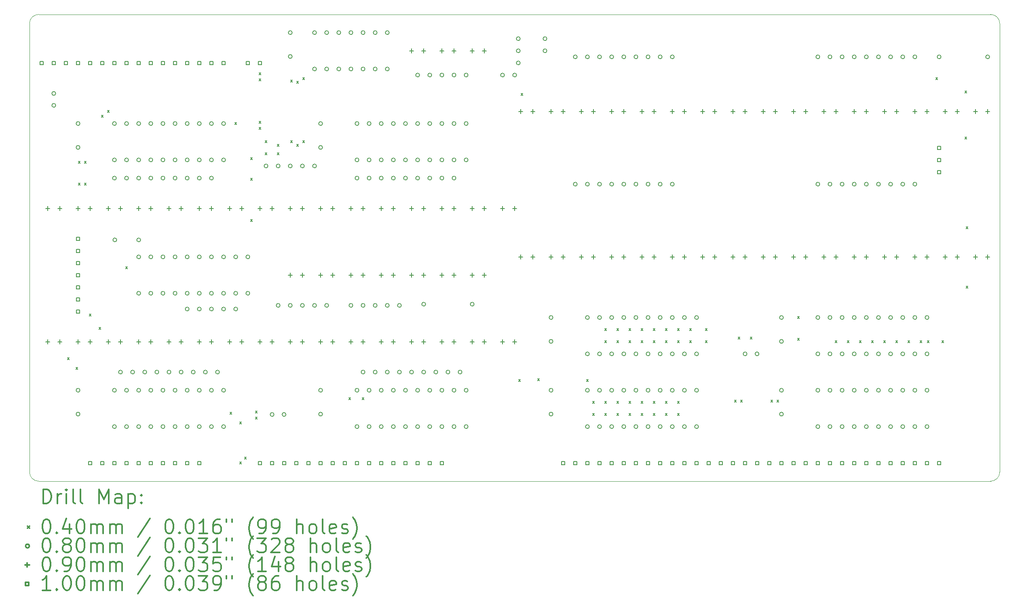
<source format=gbr>
%FSLAX45Y45*%
G04 Gerber Fmt 4.5, Leading zero omitted, Abs format (unit mm)*
G04 Created by KiCad (PCBNEW (5.1.5)-3) date 2022-12-08 22:02:25*
%MOMM*%
%LPD*%
G04 APERTURE LIST*
%TA.AperFunction,Profile*%
%ADD10C,0.050000*%
%TD*%
%ADD11C,0.200000*%
%ADD12C,0.300000*%
G04 APERTURE END LIST*
D10*
X5080000Y-5270500D02*
G75*
G02X5270500Y-5080000I190500J0D01*
G01*
X25209500Y-5080000D02*
G75*
G02X25400000Y-5270500I0J-190500D01*
G01*
X25400000Y-14668500D02*
G75*
G02X25209500Y-14859000I-190500J0D01*
G01*
X5270500Y-14859000D02*
G75*
G02X5080000Y-14668500I0J190500D01*
G01*
X5080000Y-14668500D02*
X5080000Y-5270500D01*
X25209500Y-14859000D02*
X5270500Y-14859000D01*
X25400000Y-5270500D02*
X25400000Y-14668500D01*
X5270500Y-5080000D02*
X25209500Y-5080000D01*
D11*
X5872800Y-12273600D02*
X5912800Y-12313600D01*
X5912800Y-12273600D02*
X5872800Y-12313600D01*
X6050600Y-12476800D02*
X6090600Y-12516800D01*
X6090600Y-12476800D02*
X6050600Y-12516800D01*
X6101400Y-8158800D02*
X6141400Y-8198800D01*
X6141400Y-8158800D02*
X6101400Y-8198800D01*
X6101400Y-8616000D02*
X6141400Y-8656000D01*
X6141400Y-8616000D02*
X6101400Y-8656000D01*
X6101400Y-8616000D02*
X6141400Y-8656000D01*
X6141400Y-8616000D02*
X6101400Y-8656000D01*
X6228400Y-8158800D02*
X6268400Y-8198800D01*
X6268400Y-8158800D02*
X6228400Y-8198800D01*
X6228400Y-8616000D02*
X6268400Y-8656000D01*
X6268400Y-8616000D02*
X6228400Y-8656000D01*
X6330000Y-11359200D02*
X6370000Y-11399200D01*
X6370000Y-11359200D02*
X6330000Y-11399200D01*
X6533200Y-11638600D02*
X6573200Y-11678600D01*
X6573200Y-11638600D02*
X6533200Y-11678600D01*
X6584000Y-7193600D02*
X6624000Y-7233600D01*
X6624000Y-7193600D02*
X6584000Y-7233600D01*
X6711000Y-7092000D02*
X6751000Y-7132000D01*
X6751000Y-7092000D02*
X6711000Y-7132000D01*
X7092000Y-10368600D02*
X7132000Y-10408600D01*
X7132000Y-10368600D02*
X7092000Y-10408600D01*
X9276400Y-13416600D02*
X9316400Y-13456600D01*
X9316400Y-13416600D02*
X9276400Y-13456600D01*
X9378000Y-7346000D02*
X9418000Y-7386000D01*
X9418000Y-7346000D02*
X9378000Y-7386000D01*
X9479600Y-13619800D02*
X9519600Y-13659800D01*
X9519600Y-13619800D02*
X9479600Y-13659800D01*
X9479600Y-14458000D02*
X9519600Y-14498000D01*
X9519600Y-14458000D02*
X9479600Y-14498000D01*
X9581200Y-14356400D02*
X9621200Y-14396400D01*
X9621200Y-14356400D02*
X9581200Y-14396400D01*
X9708200Y-8082600D02*
X9748200Y-8122600D01*
X9748200Y-8082600D02*
X9708200Y-8122600D01*
X9708200Y-8514400D02*
X9748200Y-8554400D01*
X9748200Y-8514400D02*
X9708200Y-8554400D01*
X9708200Y-9378000D02*
X9748200Y-9418000D01*
X9748200Y-9378000D02*
X9708200Y-9418000D01*
X9809800Y-13391200D02*
X9849800Y-13431200D01*
X9849800Y-13391200D02*
X9809800Y-13431200D01*
X9809800Y-13518200D02*
X9849800Y-13558200D01*
X9849800Y-13518200D02*
X9809800Y-13558200D01*
X9885999Y-6304600D02*
X9925999Y-6344600D01*
X9925999Y-6304600D02*
X9885999Y-6344600D01*
X9886000Y-6431600D02*
X9926000Y-6471600D01*
X9926000Y-6431600D02*
X9886000Y-6471600D01*
X9886000Y-7320600D02*
X9926000Y-7360600D01*
X9926000Y-7320600D02*
X9886000Y-7360600D01*
X9886000Y-7447600D02*
X9926000Y-7487600D01*
X9926000Y-7447600D02*
X9886000Y-7487600D01*
X10013000Y-7727000D02*
X10053000Y-7767000D01*
X10053000Y-7727000D02*
X10013000Y-7767000D01*
X10013000Y-7981000D02*
X10053000Y-8021000D01*
X10053000Y-7981000D02*
X10013000Y-8021000D01*
X10267000Y-7803200D02*
X10307000Y-7843200D01*
X10307000Y-7803200D02*
X10267000Y-7843200D01*
X10267000Y-7981000D02*
X10307000Y-8021000D01*
X10307000Y-7981000D02*
X10267000Y-8021000D01*
X10546400Y-7727000D02*
X10586400Y-7767000D01*
X10586400Y-7727000D02*
X10546400Y-7767000D01*
X10546401Y-6457000D02*
X10586401Y-6497000D01*
X10586401Y-6457000D02*
X10546401Y-6497000D01*
X10673400Y-6482400D02*
X10713400Y-6522400D01*
X10713400Y-6482400D02*
X10673400Y-6522400D01*
X10673400Y-7803200D02*
X10713400Y-7843200D01*
X10713400Y-7803200D02*
X10673400Y-7843200D01*
X10800400Y-6406200D02*
X10840400Y-6446200D01*
X10840400Y-6406200D02*
X10800400Y-6446200D01*
X10800400Y-7727000D02*
X10840400Y-7767000D01*
X10840400Y-7727000D02*
X10800400Y-7767000D01*
X11765600Y-13111800D02*
X11805600Y-13151800D01*
X11805600Y-13111800D02*
X11765600Y-13151800D01*
X12045000Y-13111800D02*
X12085000Y-13151800D01*
X12085000Y-13111800D02*
X12045000Y-13151800D01*
X15321600Y-12730800D02*
X15361600Y-12770800D01*
X15361600Y-12730800D02*
X15321600Y-12770800D01*
X15372396Y-6736400D02*
X15412396Y-6776400D01*
X15412396Y-6736400D02*
X15372396Y-6776400D01*
X15719824Y-12713576D02*
X15759824Y-12753576D01*
X15759824Y-12713576D02*
X15719824Y-12753576D01*
X16744000Y-12730800D02*
X16784000Y-12770800D01*
X16784000Y-12730800D02*
X16744000Y-12770800D01*
X16871000Y-13188000D02*
X16911000Y-13228000D01*
X16911000Y-13188000D02*
X16871000Y-13228000D01*
X16871000Y-13442000D02*
X16911000Y-13482000D01*
X16911000Y-13442000D02*
X16871000Y-13482000D01*
X17125000Y-11664000D02*
X17165000Y-11704000D01*
X17165000Y-11664000D02*
X17125000Y-11704000D01*
X17125000Y-11918000D02*
X17165000Y-11958000D01*
X17165000Y-11918000D02*
X17125000Y-11958000D01*
X17125000Y-13188000D02*
X17165000Y-13228000D01*
X17165000Y-13188000D02*
X17125000Y-13228000D01*
X17125000Y-13442000D02*
X17165000Y-13482000D01*
X17165000Y-13442000D02*
X17125000Y-13482000D01*
X17379000Y-11664000D02*
X17419000Y-11704000D01*
X17419000Y-11664000D02*
X17379000Y-11704000D01*
X17379000Y-11918000D02*
X17419000Y-11958000D01*
X17419000Y-11918000D02*
X17379000Y-11958000D01*
X17379000Y-13188000D02*
X17419000Y-13228000D01*
X17419000Y-13188000D02*
X17379000Y-13228000D01*
X17379000Y-13442000D02*
X17419000Y-13482000D01*
X17419000Y-13442000D02*
X17379000Y-13482000D01*
X17633000Y-11664000D02*
X17673000Y-11704000D01*
X17673000Y-11664000D02*
X17633000Y-11704000D01*
X17633000Y-11918000D02*
X17673000Y-11958000D01*
X17673000Y-11918000D02*
X17633000Y-11958000D01*
X17633000Y-13188000D02*
X17673000Y-13228000D01*
X17673000Y-13188000D02*
X17633000Y-13228000D01*
X17633000Y-13442000D02*
X17673000Y-13482000D01*
X17673000Y-13442000D02*
X17633000Y-13482000D01*
X17887000Y-11664000D02*
X17927000Y-11704000D01*
X17927000Y-11664000D02*
X17887000Y-11704000D01*
X17887000Y-11918000D02*
X17927000Y-11958000D01*
X17927000Y-11918000D02*
X17887000Y-11958000D01*
X17887000Y-13188000D02*
X17927000Y-13228000D01*
X17927000Y-13188000D02*
X17887000Y-13228000D01*
X17887000Y-13442000D02*
X17927000Y-13482000D01*
X17927000Y-13442000D02*
X17887000Y-13482000D01*
X18141000Y-11664000D02*
X18181000Y-11704000D01*
X18181000Y-11664000D02*
X18141000Y-11704000D01*
X18141000Y-11918000D02*
X18181000Y-11958000D01*
X18181000Y-11918000D02*
X18141000Y-11958000D01*
X18141000Y-13188000D02*
X18181000Y-13228000D01*
X18181000Y-13188000D02*
X18141000Y-13228000D01*
X18141000Y-13442000D02*
X18181000Y-13482000D01*
X18181000Y-13442000D02*
X18141000Y-13482000D01*
X18395000Y-11664000D02*
X18435000Y-11704000D01*
X18435000Y-11664000D02*
X18395000Y-11704000D01*
X18395000Y-11918000D02*
X18435000Y-11958000D01*
X18435000Y-11918000D02*
X18395000Y-11958000D01*
X18395000Y-13188000D02*
X18435000Y-13228000D01*
X18435000Y-13188000D02*
X18395000Y-13228000D01*
X18395000Y-13442000D02*
X18435000Y-13482000D01*
X18435000Y-13442000D02*
X18395000Y-13482000D01*
X18649000Y-11664000D02*
X18689000Y-11704000D01*
X18689000Y-11664000D02*
X18649000Y-11704000D01*
X18649000Y-11918000D02*
X18689000Y-11958000D01*
X18689000Y-11918000D02*
X18649000Y-11958000D01*
X18649000Y-13188000D02*
X18689000Y-13228000D01*
X18689000Y-13188000D02*
X18649000Y-13228000D01*
X18649000Y-13442000D02*
X18689000Y-13482000D01*
X18689000Y-13442000D02*
X18649000Y-13482000D01*
X18903000Y-11664000D02*
X18943000Y-11704000D01*
X18943000Y-11664000D02*
X18903000Y-11704000D01*
X18903000Y-11918000D02*
X18943000Y-11958000D01*
X18943000Y-11918000D02*
X18903000Y-11958000D01*
X19233200Y-11664000D02*
X19273200Y-11704000D01*
X19273200Y-11664000D02*
X19233200Y-11704000D01*
X19233200Y-11918000D02*
X19273200Y-11958000D01*
X19273200Y-11918000D02*
X19233200Y-11958000D01*
X19842800Y-13162600D02*
X19882800Y-13202600D01*
X19882800Y-13162600D02*
X19842800Y-13202600D01*
X19919000Y-11841800D02*
X19959000Y-11881800D01*
X19959000Y-11841800D02*
X19919000Y-11881800D01*
X19969800Y-13162600D02*
X20009800Y-13202600D01*
X20009800Y-13162600D02*
X19969800Y-13202600D01*
X20173000Y-11841800D02*
X20213000Y-11881800D01*
X20213000Y-11841800D02*
X20173000Y-11881800D01*
X20604800Y-13162600D02*
X20644800Y-13202600D01*
X20644800Y-13162600D02*
X20604800Y-13202600D01*
X20731800Y-13162600D02*
X20771800Y-13202600D01*
X20771800Y-13162600D02*
X20731800Y-13202600D01*
X21163600Y-11410000D02*
X21203600Y-11450000D01*
X21203600Y-11410000D02*
X21163600Y-11450000D01*
X21163600Y-11867200D02*
X21203600Y-11907200D01*
X21203600Y-11867200D02*
X21163600Y-11907200D01*
X21951000Y-11918000D02*
X21991000Y-11958000D01*
X21991000Y-11918000D02*
X21951000Y-11958000D01*
X22205000Y-11918000D02*
X22245000Y-11958000D01*
X22245000Y-11918000D02*
X22205000Y-11958000D01*
X22459000Y-11918000D02*
X22499000Y-11958000D01*
X22499000Y-11918000D02*
X22459000Y-11958000D01*
X22713000Y-11918000D02*
X22753000Y-11958000D01*
X22753000Y-11918000D02*
X22713000Y-11958000D01*
X22967000Y-11918000D02*
X23007000Y-11958000D01*
X23007000Y-11918000D02*
X22967000Y-11958000D01*
X23221000Y-11918000D02*
X23261000Y-11958000D01*
X23261000Y-11918000D02*
X23221000Y-11958000D01*
X23475000Y-11918000D02*
X23515000Y-11958000D01*
X23515000Y-11918000D02*
X23475000Y-11958000D01*
X23729000Y-11918000D02*
X23769000Y-11958000D01*
X23769000Y-11918000D02*
X23729000Y-11958000D01*
X23881400Y-11918000D02*
X23921400Y-11958000D01*
X23921400Y-11918000D02*
X23881400Y-11958000D01*
X24059200Y-6406200D02*
X24099200Y-6446200D01*
X24099200Y-6406200D02*
X24059200Y-6446200D01*
X24186200Y-11917999D02*
X24226200Y-11957999D01*
X24226200Y-11917999D02*
X24186200Y-11957999D01*
X24668800Y-6685600D02*
X24708800Y-6725600D01*
X24708800Y-6685600D02*
X24668800Y-6725600D01*
X24668800Y-7650800D02*
X24708800Y-7690800D01*
X24708800Y-7650800D02*
X24668800Y-7690800D01*
X24694200Y-9530400D02*
X24734200Y-9570400D01*
X24734200Y-9530400D02*
X24694200Y-9570400D01*
X24694200Y-10775000D02*
X24734200Y-10815000D01*
X24734200Y-10775000D02*
X24694200Y-10815000D01*
X21630000Y-11430000D02*
G75*
G03X21630000Y-11430000I-40000J0D01*
G01*
X21630000Y-12192000D02*
G75*
G03X21630000Y-12192000I-40000J0D01*
G01*
X21884000Y-11430000D02*
G75*
G03X21884000Y-11430000I-40000J0D01*
G01*
X21884000Y-12192000D02*
G75*
G03X21884000Y-12192000I-40000J0D01*
G01*
X22138000Y-11430000D02*
G75*
G03X22138000Y-11430000I-40000J0D01*
G01*
X22138000Y-12192000D02*
G75*
G03X22138000Y-12192000I-40000J0D01*
G01*
X22392000Y-11430000D02*
G75*
G03X22392000Y-11430000I-40000J0D01*
G01*
X22392000Y-12192000D02*
G75*
G03X22392000Y-12192000I-40000J0D01*
G01*
X22646000Y-11430000D02*
G75*
G03X22646000Y-11430000I-40000J0D01*
G01*
X22646000Y-12192000D02*
G75*
G03X22646000Y-12192000I-40000J0D01*
G01*
X22900000Y-11430000D02*
G75*
G03X22900000Y-11430000I-40000J0D01*
G01*
X22900000Y-12192000D02*
G75*
G03X22900000Y-12192000I-40000J0D01*
G01*
X23154000Y-11430000D02*
G75*
G03X23154000Y-11430000I-40000J0D01*
G01*
X23154000Y-12192000D02*
G75*
G03X23154000Y-12192000I-40000J0D01*
G01*
X23408000Y-11430000D02*
G75*
G03X23408000Y-11430000I-40000J0D01*
G01*
X23408000Y-12192000D02*
G75*
G03X23408000Y-12192000I-40000J0D01*
G01*
X23662000Y-11430000D02*
G75*
G03X23662000Y-11430000I-40000J0D01*
G01*
X23662000Y-12192000D02*
G75*
G03X23662000Y-12192000I-40000J0D01*
G01*
X23916000Y-11430000D02*
G75*
G03X23916000Y-11430000I-40000J0D01*
G01*
X23916000Y-12192000D02*
G75*
G03X23916000Y-12192000I-40000J0D01*
G01*
X16550000Y-8636000D02*
G75*
G03X16550000Y-8636000I-40000J0D01*
G01*
X16804000Y-8636000D02*
G75*
G03X16804000Y-8636000I-40000J0D01*
G01*
X17058000Y-8636000D02*
G75*
G03X17058000Y-8636000I-40000J0D01*
G01*
X17312000Y-8636000D02*
G75*
G03X17312000Y-8636000I-40000J0D01*
G01*
X17566000Y-8636000D02*
G75*
G03X17566000Y-8636000I-40000J0D01*
G01*
X17820000Y-8636000D02*
G75*
G03X17820000Y-8636000I-40000J0D01*
G01*
X18074000Y-8636000D02*
G75*
G03X18074000Y-8636000I-40000J0D01*
G01*
X18328000Y-8636000D02*
G75*
G03X18328000Y-8636000I-40000J0D01*
G01*
X18582000Y-8636000D02*
G75*
G03X18582000Y-8636000I-40000J0D01*
G01*
X10200000Y-13462000D02*
G75*
G03X10200000Y-13462000I-40000J0D01*
G01*
X10450000Y-13462000D02*
G75*
G03X10450000Y-13462000I-40000J0D01*
G01*
X16042000Y-12954000D02*
G75*
G03X16042000Y-12954000I-40000J0D01*
G01*
X16042000Y-13454000D02*
G75*
G03X16042000Y-13454000I-40000J0D01*
G01*
X21630000Y-8636000D02*
G75*
G03X21630000Y-8636000I-40000J0D01*
G01*
X21884000Y-8636000D02*
G75*
G03X21884000Y-8636000I-40000J0D01*
G01*
X22138000Y-8636000D02*
G75*
G03X22138000Y-8636000I-40000J0D01*
G01*
X22392000Y-8636000D02*
G75*
G03X22392000Y-8636000I-40000J0D01*
G01*
X22646000Y-8636000D02*
G75*
G03X22646000Y-8636000I-40000J0D01*
G01*
X22900000Y-8636000D02*
G75*
G03X22900000Y-8636000I-40000J0D01*
G01*
X23154000Y-8636000D02*
G75*
G03X23154000Y-8636000I-40000J0D01*
G01*
X23408000Y-8636000D02*
G75*
G03X23408000Y-8636000I-40000J0D01*
G01*
X23662000Y-8636000D02*
G75*
G03X23662000Y-8636000I-40000J0D01*
G01*
X12105000Y-12573000D02*
G75*
G03X12105000Y-12573000I-40000J0D01*
G01*
X12359000Y-12573000D02*
G75*
G03X12359000Y-12573000I-40000J0D01*
G01*
X12613000Y-12573000D02*
G75*
G03X12613000Y-12573000I-40000J0D01*
G01*
X12867000Y-12573000D02*
G75*
G03X12867000Y-12573000I-40000J0D01*
G01*
X13121000Y-12573000D02*
G75*
G03X13121000Y-12573000I-40000J0D01*
G01*
X13375000Y-12573000D02*
G75*
G03X13375000Y-12573000I-40000J0D01*
G01*
X13629000Y-12573000D02*
G75*
G03X13629000Y-12573000I-40000J0D01*
G01*
X13883000Y-12573000D02*
G75*
G03X13883000Y-12573000I-40000J0D01*
G01*
X14137000Y-12573000D02*
G75*
G03X14137000Y-12573000I-40000J0D01*
G01*
X10327000Y-11176000D02*
G75*
G03X10327000Y-11176000I-40000J0D01*
G01*
X10581000Y-11176000D02*
G75*
G03X10581000Y-11176000I-40000J0D01*
G01*
X10835000Y-11176000D02*
G75*
G03X10835000Y-11176000I-40000J0D01*
G01*
X11089000Y-11176000D02*
G75*
G03X11089000Y-11176000I-40000J0D01*
G01*
X11343000Y-11176000D02*
G75*
G03X11343000Y-11176000I-40000J0D01*
G01*
X8422000Y-11252200D02*
G75*
G03X8422000Y-11252200I-40000J0D01*
G01*
X8676000Y-11252200D02*
G75*
G03X8676000Y-11252200I-40000J0D01*
G01*
X8930000Y-11252200D02*
G75*
G03X8930000Y-11252200I-40000J0D01*
G01*
X9184000Y-11252200D02*
G75*
G03X9184000Y-11252200I-40000J0D01*
G01*
X9438000Y-11252200D02*
G75*
G03X9438000Y-11252200I-40000J0D01*
G01*
X16804000Y-11430000D02*
G75*
G03X16804000Y-11430000I-40000J0D01*
G01*
X16804000Y-12192000D02*
G75*
G03X16804000Y-12192000I-40000J0D01*
G01*
X17058000Y-11430000D02*
G75*
G03X17058000Y-11430000I-40000J0D01*
G01*
X17058000Y-12192000D02*
G75*
G03X17058000Y-12192000I-40000J0D01*
G01*
X17312000Y-11430000D02*
G75*
G03X17312000Y-11430000I-40000J0D01*
G01*
X17312000Y-12192000D02*
G75*
G03X17312000Y-12192000I-40000J0D01*
G01*
X17566000Y-11430000D02*
G75*
G03X17566000Y-11430000I-40000J0D01*
G01*
X17566000Y-12192000D02*
G75*
G03X17566000Y-12192000I-40000J0D01*
G01*
X17820000Y-11430000D02*
G75*
G03X17820000Y-11430000I-40000J0D01*
G01*
X17820000Y-12192000D02*
G75*
G03X17820000Y-12192000I-40000J0D01*
G01*
X18074000Y-11430000D02*
G75*
G03X18074000Y-11430000I-40000J0D01*
G01*
X18074000Y-12192000D02*
G75*
G03X18074000Y-12192000I-40000J0D01*
G01*
X18328000Y-11430000D02*
G75*
G03X18328000Y-11430000I-40000J0D01*
G01*
X18328000Y-12192000D02*
G75*
G03X18328000Y-12192000I-40000J0D01*
G01*
X18582000Y-11430000D02*
G75*
G03X18582000Y-11430000I-40000J0D01*
G01*
X18582000Y-12192000D02*
G75*
G03X18582000Y-12192000I-40000J0D01*
G01*
X18836000Y-11430000D02*
G75*
G03X18836000Y-11430000I-40000J0D01*
G01*
X18836000Y-12192000D02*
G75*
G03X18836000Y-12192000I-40000J0D01*
G01*
X19090000Y-11430000D02*
G75*
G03X19090000Y-11430000I-40000J0D01*
G01*
X19090000Y-12192000D02*
G75*
G03X19090000Y-12192000I-40000J0D01*
G01*
X11978000Y-7366000D02*
G75*
G03X11978000Y-7366000I-40000J0D01*
G01*
X11978000Y-8128000D02*
G75*
G03X11978000Y-8128000I-40000J0D01*
G01*
X12232000Y-7366000D02*
G75*
G03X12232000Y-7366000I-40000J0D01*
G01*
X12232000Y-8128000D02*
G75*
G03X12232000Y-8128000I-40000J0D01*
G01*
X12486000Y-7366000D02*
G75*
G03X12486000Y-7366000I-40000J0D01*
G01*
X12486000Y-8128000D02*
G75*
G03X12486000Y-8128000I-40000J0D01*
G01*
X12740000Y-7366000D02*
G75*
G03X12740000Y-7366000I-40000J0D01*
G01*
X12740000Y-8128000D02*
G75*
G03X12740000Y-8128000I-40000J0D01*
G01*
X12994000Y-7366000D02*
G75*
G03X12994000Y-7366000I-40000J0D01*
G01*
X12994000Y-8128000D02*
G75*
G03X12994000Y-8128000I-40000J0D01*
G01*
X13248000Y-7366000D02*
G75*
G03X13248000Y-7366000I-40000J0D01*
G01*
X13248000Y-8128000D02*
G75*
G03X13248000Y-8128000I-40000J0D01*
G01*
X13502000Y-7366000D02*
G75*
G03X13502000Y-7366000I-40000J0D01*
G01*
X13502000Y-8128000D02*
G75*
G03X13502000Y-8128000I-40000J0D01*
G01*
X13756000Y-7366000D02*
G75*
G03X13756000Y-7366000I-40000J0D01*
G01*
X13756000Y-8128000D02*
G75*
G03X13756000Y-8128000I-40000J0D01*
G01*
X14010000Y-7366000D02*
G75*
G03X14010000Y-7366000I-40000J0D01*
G01*
X14010000Y-8128000D02*
G75*
G03X14010000Y-8128000I-40000J0D01*
G01*
X14264000Y-7366000D02*
G75*
G03X14264000Y-7366000I-40000J0D01*
G01*
X14264000Y-8128000D02*
G75*
G03X14264000Y-8128000I-40000J0D01*
G01*
X21630000Y-12954000D02*
G75*
G03X21630000Y-12954000I-40000J0D01*
G01*
X21630000Y-13716000D02*
G75*
G03X21630000Y-13716000I-40000J0D01*
G01*
X21884000Y-12954000D02*
G75*
G03X21884000Y-12954000I-40000J0D01*
G01*
X21884000Y-13716000D02*
G75*
G03X21884000Y-13716000I-40000J0D01*
G01*
X22138000Y-12954000D02*
G75*
G03X22138000Y-12954000I-40000J0D01*
G01*
X22138000Y-13716000D02*
G75*
G03X22138000Y-13716000I-40000J0D01*
G01*
X22392000Y-12954000D02*
G75*
G03X22392000Y-12954000I-40000J0D01*
G01*
X22392000Y-13716000D02*
G75*
G03X22392000Y-13716000I-40000J0D01*
G01*
X22646000Y-12954000D02*
G75*
G03X22646000Y-12954000I-40000J0D01*
G01*
X22646000Y-13716000D02*
G75*
G03X22646000Y-13716000I-40000J0D01*
G01*
X22900000Y-12954000D02*
G75*
G03X22900000Y-12954000I-40000J0D01*
G01*
X22900000Y-13716000D02*
G75*
G03X22900000Y-13716000I-40000J0D01*
G01*
X23154000Y-12954000D02*
G75*
G03X23154000Y-12954000I-40000J0D01*
G01*
X23154000Y-13716000D02*
G75*
G03X23154000Y-13716000I-40000J0D01*
G01*
X23408000Y-12954000D02*
G75*
G03X23408000Y-12954000I-40000J0D01*
G01*
X23408000Y-13716000D02*
G75*
G03X23408000Y-13716000I-40000J0D01*
G01*
X23662000Y-12954000D02*
G75*
G03X23662000Y-12954000I-40000J0D01*
G01*
X23662000Y-13716000D02*
G75*
G03X23662000Y-13716000I-40000J0D01*
G01*
X23916000Y-12954000D02*
G75*
G03X23916000Y-12954000I-40000J0D01*
G01*
X23916000Y-13716000D02*
G75*
G03X23916000Y-13716000I-40000J0D01*
G01*
X6898000Y-8509000D02*
G75*
G03X6898000Y-8509000I-40000J0D01*
G01*
X7152000Y-8509000D02*
G75*
G03X7152000Y-8509000I-40000J0D01*
G01*
X7406000Y-8509000D02*
G75*
G03X7406000Y-8509000I-40000J0D01*
G01*
X7660000Y-8509000D02*
G75*
G03X7660000Y-8509000I-40000J0D01*
G01*
X7914000Y-8509000D02*
G75*
G03X7914000Y-8509000I-40000J0D01*
G01*
X8168000Y-8509000D02*
G75*
G03X8168000Y-8509000I-40000J0D01*
G01*
X8422000Y-8509000D02*
G75*
G03X8422000Y-8509000I-40000J0D01*
G01*
X8676000Y-8509000D02*
G75*
G03X8676000Y-8509000I-40000J0D01*
G01*
X8930000Y-8509000D02*
G75*
G03X8930000Y-8509000I-40000J0D01*
G01*
X21630000Y-5969000D02*
G75*
G03X21630000Y-5969000I-40000J0D01*
G01*
X21884000Y-5969000D02*
G75*
G03X21884000Y-5969000I-40000J0D01*
G01*
X22138000Y-5969000D02*
G75*
G03X22138000Y-5969000I-40000J0D01*
G01*
X22392000Y-5969000D02*
G75*
G03X22392000Y-5969000I-40000J0D01*
G01*
X22646000Y-5969000D02*
G75*
G03X22646000Y-5969000I-40000J0D01*
G01*
X22900000Y-5969000D02*
G75*
G03X22900000Y-5969000I-40000J0D01*
G01*
X23154000Y-5969000D02*
G75*
G03X23154000Y-5969000I-40000J0D01*
G01*
X23408000Y-5969000D02*
G75*
G03X23408000Y-5969000I-40000J0D01*
G01*
X23662000Y-5969000D02*
G75*
G03X23662000Y-5969000I-40000J0D01*
G01*
X11978000Y-8509000D02*
G75*
G03X11978000Y-8509000I-40000J0D01*
G01*
X12232000Y-8509000D02*
G75*
G03X12232000Y-8509000I-40000J0D01*
G01*
X12486000Y-8509000D02*
G75*
G03X12486000Y-8509000I-40000J0D01*
G01*
X12740000Y-8509000D02*
G75*
G03X12740000Y-8509000I-40000J0D01*
G01*
X12994000Y-8509000D02*
G75*
G03X12994000Y-8509000I-40000J0D01*
G01*
X13248000Y-8509000D02*
G75*
G03X13248000Y-8509000I-40000J0D01*
G01*
X13502000Y-8509000D02*
G75*
G03X13502000Y-8509000I-40000J0D01*
G01*
X13756000Y-8509000D02*
G75*
G03X13756000Y-8509000I-40000J0D01*
G01*
X14010000Y-8509000D02*
G75*
G03X14010000Y-8509000I-40000J0D01*
G01*
X10073000Y-8255000D02*
G75*
G03X10073000Y-8255000I-40000J0D01*
G01*
X10327000Y-8255000D02*
G75*
G03X10327000Y-8255000I-40000J0D01*
G01*
X10581000Y-8255000D02*
G75*
G03X10581000Y-8255000I-40000J0D01*
G01*
X10835000Y-8255000D02*
G75*
G03X10835000Y-8255000I-40000J0D01*
G01*
X11089000Y-8255000D02*
G75*
G03X11089000Y-8255000I-40000J0D01*
G01*
X11089000Y-5461000D02*
G75*
G03X11089000Y-5461000I-40000J0D01*
G01*
X11089000Y-6223000D02*
G75*
G03X11089000Y-6223000I-40000J0D01*
G01*
X11343000Y-5461000D02*
G75*
G03X11343000Y-5461000I-40000J0D01*
G01*
X11343000Y-6223000D02*
G75*
G03X11343000Y-6223000I-40000J0D01*
G01*
X11597000Y-5461000D02*
G75*
G03X11597000Y-5461000I-40000J0D01*
G01*
X11597000Y-6223000D02*
G75*
G03X11597000Y-6223000I-40000J0D01*
G01*
X11851000Y-5461000D02*
G75*
G03X11851000Y-5461000I-40000J0D01*
G01*
X11851000Y-6223000D02*
G75*
G03X11851000Y-6223000I-40000J0D01*
G01*
X12105000Y-5461000D02*
G75*
G03X12105000Y-5461000I-40000J0D01*
G01*
X12105000Y-6223000D02*
G75*
G03X12105000Y-6223000I-40000J0D01*
G01*
X12359000Y-5461000D02*
G75*
G03X12359000Y-5461000I-40000J0D01*
G01*
X12359000Y-6223000D02*
G75*
G03X12359000Y-6223000I-40000J0D01*
G01*
X12613000Y-5461000D02*
G75*
G03X12613000Y-5461000I-40000J0D01*
G01*
X12613000Y-6223000D02*
G75*
G03X12613000Y-6223000I-40000J0D01*
G01*
X6898000Y-7366000D02*
G75*
G03X6898000Y-7366000I-40000J0D01*
G01*
X6898000Y-8128000D02*
G75*
G03X6898000Y-8128000I-40000J0D01*
G01*
X7152000Y-7366000D02*
G75*
G03X7152000Y-7366000I-40000J0D01*
G01*
X7152000Y-8128000D02*
G75*
G03X7152000Y-8128000I-40000J0D01*
G01*
X7406000Y-7366000D02*
G75*
G03X7406000Y-7366000I-40000J0D01*
G01*
X7406000Y-8128000D02*
G75*
G03X7406000Y-8128000I-40000J0D01*
G01*
X7660000Y-7366000D02*
G75*
G03X7660000Y-7366000I-40000J0D01*
G01*
X7660000Y-8128000D02*
G75*
G03X7660000Y-8128000I-40000J0D01*
G01*
X7914000Y-7366000D02*
G75*
G03X7914000Y-7366000I-40000J0D01*
G01*
X7914000Y-8128000D02*
G75*
G03X7914000Y-8128000I-40000J0D01*
G01*
X8168000Y-7366000D02*
G75*
G03X8168000Y-7366000I-40000J0D01*
G01*
X8168000Y-8128000D02*
G75*
G03X8168000Y-8128000I-40000J0D01*
G01*
X8422000Y-7366000D02*
G75*
G03X8422000Y-7366000I-40000J0D01*
G01*
X8422000Y-8128000D02*
G75*
G03X8422000Y-8128000I-40000J0D01*
G01*
X8676000Y-7366000D02*
G75*
G03X8676000Y-7366000I-40000J0D01*
G01*
X8676000Y-8128000D02*
G75*
G03X8676000Y-8128000I-40000J0D01*
G01*
X8930000Y-7366000D02*
G75*
G03X8930000Y-7366000I-40000J0D01*
G01*
X8930000Y-8128000D02*
G75*
G03X8930000Y-8128000I-40000J0D01*
G01*
X9184000Y-7366000D02*
G75*
G03X9184000Y-7366000I-40000J0D01*
G01*
X9184000Y-8128000D02*
G75*
G03X9184000Y-8128000I-40000J0D01*
G01*
X16550000Y-5969000D02*
G75*
G03X16550000Y-5969000I-40000J0D01*
G01*
X16804000Y-5969000D02*
G75*
G03X16804000Y-5969000I-40000J0D01*
G01*
X17058000Y-5969000D02*
G75*
G03X17058000Y-5969000I-40000J0D01*
G01*
X17312000Y-5969000D02*
G75*
G03X17312000Y-5969000I-40000J0D01*
G01*
X17566000Y-5969000D02*
G75*
G03X17566000Y-5969000I-40000J0D01*
G01*
X17820000Y-5969000D02*
G75*
G03X17820000Y-5969000I-40000J0D01*
G01*
X18074000Y-5969000D02*
G75*
G03X18074000Y-5969000I-40000J0D01*
G01*
X18328000Y-5969000D02*
G75*
G03X18328000Y-5969000I-40000J0D01*
G01*
X18582000Y-5969000D02*
G75*
G03X18582000Y-5969000I-40000J0D01*
G01*
X7025000Y-12573000D02*
G75*
G03X7025000Y-12573000I-40000J0D01*
G01*
X7279000Y-12573000D02*
G75*
G03X7279000Y-12573000I-40000J0D01*
G01*
X7533000Y-12573000D02*
G75*
G03X7533000Y-12573000I-40000J0D01*
G01*
X7787000Y-12573000D02*
G75*
G03X7787000Y-12573000I-40000J0D01*
G01*
X8041000Y-12573000D02*
G75*
G03X8041000Y-12573000I-40000J0D01*
G01*
X8295000Y-12573000D02*
G75*
G03X8295000Y-12573000I-40000J0D01*
G01*
X8549000Y-12573000D02*
G75*
G03X8549000Y-12573000I-40000J0D01*
G01*
X8803000Y-12573000D02*
G75*
G03X8803000Y-12573000I-40000J0D01*
G01*
X9057000Y-12573000D02*
G75*
G03X9057000Y-12573000I-40000J0D01*
G01*
X11216000Y-7366000D02*
G75*
G03X11216000Y-7366000I-40000J0D01*
G01*
X11216000Y-7866000D02*
G75*
G03X11216000Y-7866000I-40000J0D01*
G01*
X11851000Y-11176000D02*
G75*
G03X11851000Y-11176000I-40000J0D01*
G01*
X12105000Y-11176000D02*
G75*
G03X12105000Y-11176000I-40000J0D01*
G01*
X12359000Y-11176000D02*
G75*
G03X12359000Y-11176000I-40000J0D01*
G01*
X12613000Y-11176000D02*
G75*
G03X12613000Y-11176000I-40000J0D01*
G01*
X12867000Y-11176000D02*
G75*
G03X12867000Y-11176000I-40000J0D01*
G01*
X6898000Y-12954000D02*
G75*
G03X6898000Y-12954000I-40000J0D01*
G01*
X6898000Y-13716000D02*
G75*
G03X6898000Y-13716000I-40000J0D01*
G01*
X7152000Y-12954000D02*
G75*
G03X7152000Y-12954000I-40000J0D01*
G01*
X7152000Y-13716000D02*
G75*
G03X7152000Y-13716000I-40000J0D01*
G01*
X7406000Y-12954000D02*
G75*
G03X7406000Y-12954000I-40000J0D01*
G01*
X7406000Y-13716000D02*
G75*
G03X7406000Y-13716000I-40000J0D01*
G01*
X7660000Y-12954000D02*
G75*
G03X7660000Y-12954000I-40000J0D01*
G01*
X7660000Y-13716000D02*
G75*
G03X7660000Y-13716000I-40000J0D01*
G01*
X7914000Y-12954000D02*
G75*
G03X7914000Y-12954000I-40000J0D01*
G01*
X7914000Y-13716000D02*
G75*
G03X7914000Y-13716000I-40000J0D01*
G01*
X8168000Y-12954000D02*
G75*
G03X8168000Y-12954000I-40000J0D01*
G01*
X8168000Y-13716000D02*
G75*
G03X8168000Y-13716000I-40000J0D01*
G01*
X8422000Y-12954000D02*
G75*
G03X8422000Y-12954000I-40000J0D01*
G01*
X8422000Y-13716000D02*
G75*
G03X8422000Y-13716000I-40000J0D01*
G01*
X8676000Y-12954000D02*
G75*
G03X8676000Y-12954000I-40000J0D01*
G01*
X8676000Y-13716000D02*
G75*
G03X8676000Y-13716000I-40000J0D01*
G01*
X8930000Y-12954000D02*
G75*
G03X8930000Y-12954000I-40000J0D01*
G01*
X8930000Y-13716000D02*
G75*
G03X8930000Y-13716000I-40000J0D01*
G01*
X9184000Y-12954000D02*
G75*
G03X9184000Y-12954000I-40000J0D01*
G01*
X9184000Y-13716000D02*
G75*
G03X9184000Y-13716000I-40000J0D01*
G01*
X7406000Y-10160000D02*
G75*
G03X7406000Y-10160000I-40000J0D01*
G01*
X7406000Y-10922000D02*
G75*
G03X7406000Y-10922000I-40000J0D01*
G01*
X7660000Y-10160000D02*
G75*
G03X7660000Y-10160000I-40000J0D01*
G01*
X7660000Y-10922000D02*
G75*
G03X7660000Y-10922000I-40000J0D01*
G01*
X7914000Y-10160000D02*
G75*
G03X7914000Y-10160000I-40000J0D01*
G01*
X7914000Y-10922000D02*
G75*
G03X7914000Y-10922000I-40000J0D01*
G01*
X8168000Y-10160000D02*
G75*
G03X8168000Y-10160000I-40000J0D01*
G01*
X8168000Y-10922000D02*
G75*
G03X8168000Y-10922000I-40000J0D01*
G01*
X8422000Y-10160000D02*
G75*
G03X8422000Y-10160000I-40000J0D01*
G01*
X8422000Y-10922000D02*
G75*
G03X8422000Y-10922000I-40000J0D01*
G01*
X8676000Y-10160000D02*
G75*
G03X8676000Y-10160000I-40000J0D01*
G01*
X8676000Y-10922000D02*
G75*
G03X8676000Y-10922000I-40000J0D01*
G01*
X8930000Y-10160000D02*
G75*
G03X8930000Y-10160000I-40000J0D01*
G01*
X8930000Y-10922000D02*
G75*
G03X8930000Y-10922000I-40000J0D01*
G01*
X9184000Y-10160000D02*
G75*
G03X9184000Y-10160000I-40000J0D01*
G01*
X9184000Y-10922000D02*
G75*
G03X9184000Y-10922000I-40000J0D01*
G01*
X9438000Y-10160000D02*
G75*
G03X9438000Y-10160000I-40000J0D01*
G01*
X9438000Y-10922000D02*
G75*
G03X9438000Y-10922000I-40000J0D01*
G01*
X9692000Y-10160000D02*
G75*
G03X9692000Y-10160000I-40000J0D01*
G01*
X9692000Y-10922000D02*
G75*
G03X9692000Y-10922000I-40000J0D01*
G01*
X11216000Y-12954000D02*
G75*
G03X11216000Y-12954000I-40000J0D01*
G01*
X11216000Y-13454000D02*
G75*
G03X11216000Y-13454000I-40000J0D01*
G01*
X6136000Y-12954000D02*
G75*
G03X6136000Y-12954000I-40000J0D01*
G01*
X6136000Y-13454000D02*
G75*
G03X6136000Y-13454000I-40000J0D01*
G01*
X16042000Y-11430000D02*
G75*
G03X16042000Y-11430000I-40000J0D01*
G01*
X16042000Y-11930000D02*
G75*
G03X16042000Y-11930000I-40000J0D01*
G01*
X16804000Y-12954000D02*
G75*
G03X16804000Y-12954000I-40000J0D01*
G01*
X16804000Y-13716000D02*
G75*
G03X16804000Y-13716000I-40000J0D01*
G01*
X17058000Y-12954000D02*
G75*
G03X17058000Y-12954000I-40000J0D01*
G01*
X17058000Y-13716000D02*
G75*
G03X17058000Y-13716000I-40000J0D01*
G01*
X17312000Y-12954000D02*
G75*
G03X17312000Y-12954000I-40000J0D01*
G01*
X17312000Y-13716000D02*
G75*
G03X17312000Y-13716000I-40000J0D01*
G01*
X17566000Y-12954000D02*
G75*
G03X17566000Y-12954000I-40000J0D01*
G01*
X17566000Y-13716000D02*
G75*
G03X17566000Y-13716000I-40000J0D01*
G01*
X17820000Y-12954000D02*
G75*
G03X17820000Y-12954000I-40000J0D01*
G01*
X17820000Y-13716000D02*
G75*
G03X17820000Y-13716000I-40000J0D01*
G01*
X18074000Y-12954000D02*
G75*
G03X18074000Y-12954000I-40000J0D01*
G01*
X18074000Y-13716000D02*
G75*
G03X18074000Y-13716000I-40000J0D01*
G01*
X18328000Y-12954000D02*
G75*
G03X18328000Y-12954000I-40000J0D01*
G01*
X18328000Y-13716000D02*
G75*
G03X18328000Y-13716000I-40000J0D01*
G01*
X18582000Y-12954000D02*
G75*
G03X18582000Y-12954000I-40000J0D01*
G01*
X18582000Y-13716000D02*
G75*
G03X18582000Y-13716000I-40000J0D01*
G01*
X18836000Y-12954000D02*
G75*
G03X18836000Y-12954000I-40000J0D01*
G01*
X18836000Y-13716000D02*
G75*
G03X18836000Y-13716000I-40000J0D01*
G01*
X19090000Y-12954000D02*
G75*
G03X19090000Y-12954000I-40000J0D01*
G01*
X19090000Y-13716000D02*
G75*
G03X19090000Y-13716000I-40000J0D01*
G01*
X6906000Y-9804400D02*
G75*
G03X6906000Y-9804400I-40000J0D01*
G01*
X7406000Y-9804400D02*
G75*
G03X7406000Y-9804400I-40000J0D01*
G01*
X11978000Y-12954000D02*
G75*
G03X11978000Y-12954000I-40000J0D01*
G01*
X11978000Y-13716000D02*
G75*
G03X11978000Y-13716000I-40000J0D01*
G01*
X12232000Y-12954000D02*
G75*
G03X12232000Y-12954000I-40000J0D01*
G01*
X12232000Y-13716000D02*
G75*
G03X12232000Y-13716000I-40000J0D01*
G01*
X12486000Y-12954000D02*
G75*
G03X12486000Y-12954000I-40000J0D01*
G01*
X12486000Y-13716000D02*
G75*
G03X12486000Y-13716000I-40000J0D01*
G01*
X12740000Y-12954000D02*
G75*
G03X12740000Y-12954000I-40000J0D01*
G01*
X12740000Y-13716000D02*
G75*
G03X12740000Y-13716000I-40000J0D01*
G01*
X12994000Y-12954000D02*
G75*
G03X12994000Y-12954000I-40000J0D01*
G01*
X12994000Y-13716000D02*
G75*
G03X12994000Y-13716000I-40000J0D01*
G01*
X13248000Y-12954000D02*
G75*
G03X13248000Y-12954000I-40000J0D01*
G01*
X13248000Y-13716000D02*
G75*
G03X13248000Y-13716000I-40000J0D01*
G01*
X13502000Y-12954000D02*
G75*
G03X13502000Y-12954000I-40000J0D01*
G01*
X13502000Y-13716000D02*
G75*
G03X13502000Y-13716000I-40000J0D01*
G01*
X13756000Y-12954000D02*
G75*
G03X13756000Y-12954000I-40000J0D01*
G01*
X13756000Y-13716000D02*
G75*
G03X13756000Y-13716000I-40000J0D01*
G01*
X14010000Y-12954000D02*
G75*
G03X14010000Y-12954000I-40000J0D01*
G01*
X14010000Y-13716000D02*
G75*
G03X14010000Y-13716000I-40000J0D01*
G01*
X14264000Y-12954000D02*
G75*
G03X14264000Y-12954000I-40000J0D01*
G01*
X14264000Y-13716000D02*
G75*
G03X14264000Y-13716000I-40000J0D01*
G01*
X20868000Y-12954000D02*
G75*
G03X20868000Y-12954000I-40000J0D01*
G01*
X20868000Y-13454000D02*
G75*
G03X20868000Y-13454000I-40000J0D01*
G01*
X5628000Y-6735000D02*
G75*
G03X5628000Y-6735000I-40000J0D01*
G01*
X5628000Y-6985000D02*
G75*
G03X5628000Y-6985000I-40000J0D01*
G01*
X15915000Y-5588000D02*
G75*
G03X15915000Y-5588000I-40000J0D01*
G01*
X15915000Y-5842000D02*
G75*
G03X15915000Y-5842000I-40000J0D01*
G01*
X15026000Y-6350000D02*
G75*
G03X15026000Y-6350000I-40000J0D01*
G01*
X15280000Y-6350000D02*
G75*
G03X15280000Y-6350000I-40000J0D01*
G01*
X13375000Y-11150600D02*
G75*
G03X13375000Y-11150600I-40000J0D01*
G01*
X14391000Y-11150600D02*
G75*
G03X14391000Y-11150600I-40000J0D01*
G01*
X20868000Y-11430000D02*
G75*
G03X20868000Y-11430000I-40000J0D01*
G01*
X20868000Y-11930000D02*
G75*
G03X20868000Y-11930000I-40000J0D01*
G01*
X6136000Y-7366000D02*
G75*
G03X6136000Y-7366000I-40000J0D01*
G01*
X6136000Y-7866000D02*
G75*
G03X6136000Y-7866000I-40000J0D01*
G01*
X20106000Y-12192000D02*
G75*
G03X20106000Y-12192000I-40000J0D01*
G01*
X20356000Y-12192000D02*
G75*
G03X20356000Y-12192000I-40000J0D01*
G01*
X15356200Y-5588000D02*
G75*
G03X15356200Y-5588000I-40000J0D01*
G01*
X15356200Y-5842000D02*
G75*
G03X15356200Y-5842000I-40000J0D01*
G01*
X15356200Y-6096000D02*
G75*
G03X15356200Y-6096000I-40000J0D01*
G01*
X10581000Y-5461000D02*
G75*
G03X10581000Y-5461000I-40000J0D01*
G01*
X10581000Y-5961000D02*
G75*
G03X10581000Y-5961000I-40000J0D01*
G01*
X13248000Y-6350000D02*
G75*
G03X13248000Y-6350000I-40000J0D01*
G01*
X13502000Y-6350000D02*
G75*
G03X13502000Y-6350000I-40000J0D01*
G01*
X13756000Y-6350000D02*
G75*
G03X13756000Y-6350000I-40000J0D01*
G01*
X14010000Y-6350000D02*
G75*
G03X14010000Y-6350000I-40000J0D01*
G01*
X14264000Y-6350000D02*
G75*
G03X14264000Y-6350000I-40000J0D01*
G01*
X24170000Y-5969000D02*
G75*
G03X24170000Y-5969000I-40000J0D01*
G01*
X25186000Y-5969000D02*
G75*
G03X25186000Y-5969000I-40000J0D01*
G01*
X12446000Y-11893000D02*
X12446000Y-11983000D01*
X12401000Y-11938000D02*
X12491000Y-11938000D01*
X12700000Y-11893000D02*
X12700000Y-11983000D01*
X12655000Y-11938000D02*
X12745000Y-11938000D01*
X14986000Y-11893000D02*
X14986000Y-11983000D01*
X14941000Y-11938000D02*
X15031000Y-11938000D01*
X15240000Y-11893000D02*
X15240000Y-11983000D01*
X15195000Y-11938000D02*
X15285000Y-11938000D01*
X17272000Y-7067000D02*
X17272000Y-7157000D01*
X17227000Y-7112000D02*
X17317000Y-7112000D01*
X17526000Y-7067000D02*
X17526000Y-7157000D01*
X17481000Y-7112000D02*
X17571000Y-7112000D01*
X21082000Y-7067000D02*
X21082000Y-7157000D01*
X21037000Y-7112000D02*
X21127000Y-7112000D01*
X21336000Y-7067000D02*
X21336000Y-7157000D01*
X21291000Y-7112000D02*
X21381000Y-7112000D01*
X17907000Y-10115000D02*
X17907000Y-10205000D01*
X17862000Y-10160000D02*
X17952000Y-10160000D01*
X18161000Y-10115000D02*
X18161000Y-10205000D01*
X18116000Y-10160000D02*
X18206000Y-10160000D01*
X6096000Y-9099000D02*
X6096000Y-9189000D01*
X6051000Y-9144000D02*
X6141000Y-9144000D01*
X6350000Y-9099000D02*
X6350000Y-9189000D01*
X6305000Y-9144000D02*
X6395000Y-9144000D01*
X21717000Y-10115000D02*
X21717000Y-10205000D01*
X21672000Y-10160000D02*
X21762000Y-10160000D01*
X21971000Y-10115000D02*
X21971000Y-10205000D01*
X21926000Y-10160000D02*
X22016000Y-10160000D01*
X12446000Y-9099000D02*
X12446000Y-9189000D01*
X12401000Y-9144000D02*
X12491000Y-9144000D01*
X12700000Y-9099000D02*
X12700000Y-9189000D01*
X12655000Y-9144000D02*
X12745000Y-9144000D01*
X11176000Y-11893000D02*
X11176000Y-11983000D01*
X11131000Y-11938000D02*
X11221000Y-11938000D01*
X11430000Y-11893000D02*
X11430000Y-11983000D01*
X11385000Y-11938000D02*
X11475000Y-11938000D01*
X19812000Y-7067000D02*
X19812000Y-7157000D01*
X19767000Y-7112000D02*
X19857000Y-7112000D01*
X20066000Y-7067000D02*
X20066000Y-7157000D01*
X20021000Y-7112000D02*
X20111000Y-7112000D01*
X17907000Y-7067000D02*
X17907000Y-7157000D01*
X17862000Y-7112000D02*
X17952000Y-7112000D01*
X18161000Y-7067000D02*
X18161000Y-7157000D01*
X18116000Y-7112000D02*
X18206000Y-7112000D01*
X19177000Y-7067000D02*
X19177000Y-7157000D01*
X19132000Y-7112000D02*
X19222000Y-7112000D01*
X19431000Y-7067000D02*
X19431000Y-7157000D01*
X19386000Y-7112000D02*
X19476000Y-7112000D01*
X21717000Y-7067000D02*
X21717000Y-7157000D01*
X21672000Y-7112000D02*
X21762000Y-7112000D01*
X21971000Y-7067000D02*
X21971000Y-7157000D01*
X21926000Y-7112000D02*
X22016000Y-7112000D01*
X23622000Y-10115000D02*
X23622000Y-10205000D01*
X23577000Y-10160000D02*
X23667000Y-10160000D01*
X23876000Y-10115000D02*
X23876000Y-10205000D01*
X23831000Y-10160000D02*
X23921000Y-10160000D01*
X7366000Y-9099000D02*
X7366000Y-9189000D01*
X7321000Y-9144000D02*
X7411000Y-9144000D01*
X7620000Y-9099000D02*
X7620000Y-9189000D01*
X7575000Y-9144000D02*
X7665000Y-9144000D01*
X24892000Y-10115000D02*
X24892000Y-10205000D01*
X24847000Y-10160000D02*
X24937000Y-10160000D01*
X25146000Y-10115000D02*
X25146000Y-10205000D01*
X25101000Y-10160000D02*
X25191000Y-10160000D01*
X14986000Y-9099000D02*
X14986000Y-9189000D01*
X14941000Y-9144000D02*
X15031000Y-9144000D01*
X15240000Y-9099000D02*
X15240000Y-9189000D01*
X15195000Y-9144000D02*
X15285000Y-9144000D01*
X13716000Y-9099000D02*
X13716000Y-9189000D01*
X13671000Y-9144000D02*
X13761000Y-9144000D01*
X13970000Y-9099000D02*
X13970000Y-9189000D01*
X13925000Y-9144000D02*
X14015000Y-9144000D01*
X13081000Y-11893000D02*
X13081000Y-11983000D01*
X13036000Y-11938000D02*
X13126000Y-11938000D01*
X13335000Y-11893000D02*
X13335000Y-11983000D01*
X13290000Y-11938000D02*
X13380000Y-11938000D01*
X15367000Y-7067000D02*
X15367000Y-7157000D01*
X15322000Y-7112000D02*
X15412000Y-7112000D01*
X15621000Y-7067000D02*
X15621000Y-7157000D01*
X15576000Y-7112000D02*
X15666000Y-7112000D01*
X20447000Y-7067000D02*
X20447000Y-7157000D01*
X20402000Y-7112000D02*
X20492000Y-7112000D01*
X20701000Y-7067000D02*
X20701000Y-7157000D01*
X20656000Y-7112000D02*
X20746000Y-7112000D01*
X18542000Y-10115000D02*
X18542000Y-10205000D01*
X18497000Y-10160000D02*
X18587000Y-10160000D01*
X18796000Y-10115000D02*
X18796000Y-10205000D01*
X18751000Y-10160000D02*
X18841000Y-10160000D01*
X13081000Y-10496000D02*
X13081000Y-10586000D01*
X13036000Y-10541000D02*
X13126000Y-10541000D01*
X13335000Y-10496000D02*
X13335000Y-10586000D01*
X13290000Y-10541000D02*
X13380000Y-10541000D01*
X11176000Y-10496000D02*
X11176000Y-10586000D01*
X11131000Y-10541000D02*
X11221000Y-10541000D01*
X11430000Y-10496000D02*
X11430000Y-10586000D01*
X11385000Y-10541000D02*
X11475000Y-10541000D01*
X13081000Y-9099000D02*
X13081000Y-9189000D01*
X13036000Y-9144000D02*
X13126000Y-9144000D01*
X13335000Y-9099000D02*
X13335000Y-9189000D01*
X13290000Y-9144000D02*
X13380000Y-9144000D01*
X14351000Y-10496000D02*
X14351000Y-10586000D01*
X14306000Y-10541000D02*
X14396000Y-10541000D01*
X14605000Y-10496000D02*
X14605000Y-10586000D01*
X14560000Y-10541000D02*
X14650000Y-10541000D01*
X8001000Y-9099000D02*
X8001000Y-9189000D01*
X7956000Y-9144000D02*
X8046000Y-9144000D01*
X8255000Y-9099000D02*
X8255000Y-9189000D01*
X8210000Y-9144000D02*
X8300000Y-9144000D01*
X5461000Y-11893000D02*
X5461000Y-11983000D01*
X5416000Y-11938000D02*
X5506000Y-11938000D01*
X5715000Y-11893000D02*
X5715000Y-11983000D01*
X5670000Y-11938000D02*
X5760000Y-11938000D01*
X17272000Y-10115000D02*
X17272000Y-10205000D01*
X17227000Y-10160000D02*
X17317000Y-10160000D01*
X17526000Y-10115000D02*
X17526000Y-10205000D01*
X17481000Y-10160000D02*
X17571000Y-10160000D01*
X10541000Y-11893000D02*
X10541000Y-11983000D01*
X10496000Y-11938000D02*
X10586000Y-11938000D01*
X10795000Y-11893000D02*
X10795000Y-11983000D01*
X10750000Y-11938000D02*
X10840000Y-11938000D01*
X16637000Y-10115000D02*
X16637000Y-10205000D01*
X16592000Y-10160000D02*
X16682000Y-10160000D01*
X16891000Y-10115000D02*
X16891000Y-10205000D01*
X16846000Y-10160000D02*
X16936000Y-10160000D01*
X16637000Y-7067000D02*
X16637000Y-7157000D01*
X16592000Y-7112000D02*
X16682000Y-7112000D01*
X16891000Y-7067000D02*
X16891000Y-7157000D01*
X16846000Y-7112000D02*
X16936000Y-7112000D01*
X22352000Y-7067000D02*
X22352000Y-7157000D01*
X22307000Y-7112000D02*
X22397000Y-7112000D01*
X22606000Y-7067000D02*
X22606000Y-7157000D01*
X22561000Y-7112000D02*
X22651000Y-7112000D01*
X21082000Y-10115000D02*
X21082000Y-10205000D01*
X21037000Y-10160000D02*
X21127000Y-10160000D01*
X21336000Y-10115000D02*
X21336000Y-10205000D01*
X21291000Y-10160000D02*
X21381000Y-10160000D01*
X12446000Y-10496000D02*
X12446000Y-10586000D01*
X12401000Y-10541000D02*
X12491000Y-10541000D01*
X12700000Y-10496000D02*
X12700000Y-10586000D01*
X12655000Y-10541000D02*
X12745000Y-10541000D01*
X13081000Y-5797000D02*
X13081000Y-5887000D01*
X13036000Y-5842000D02*
X13126000Y-5842000D01*
X13335000Y-5797000D02*
X13335000Y-5887000D01*
X13290000Y-5842000D02*
X13380000Y-5842000D01*
X19177000Y-10115000D02*
X19177000Y-10205000D01*
X19132000Y-10160000D02*
X19222000Y-10160000D01*
X19431000Y-10115000D02*
X19431000Y-10205000D01*
X19386000Y-10160000D02*
X19476000Y-10160000D01*
X9271000Y-9099000D02*
X9271000Y-9189000D01*
X9226000Y-9144000D02*
X9316000Y-9144000D01*
X9525000Y-9099000D02*
X9525000Y-9189000D01*
X9480000Y-9144000D02*
X9570000Y-9144000D01*
X8001000Y-11893000D02*
X8001000Y-11983000D01*
X7956000Y-11938000D02*
X8046000Y-11938000D01*
X8255000Y-11893000D02*
X8255000Y-11983000D01*
X8210000Y-11938000D02*
X8300000Y-11938000D01*
X19812000Y-10115000D02*
X19812000Y-10205000D01*
X19767000Y-10160000D02*
X19857000Y-10160000D01*
X20066000Y-10115000D02*
X20066000Y-10205000D01*
X20021000Y-10160000D02*
X20111000Y-10160000D01*
X9271000Y-11893000D02*
X9271000Y-11983000D01*
X9226000Y-11938000D02*
X9316000Y-11938000D01*
X9525000Y-11893000D02*
X9525000Y-11983000D01*
X9480000Y-11938000D02*
X9570000Y-11938000D01*
X6096000Y-11893000D02*
X6096000Y-11983000D01*
X6051000Y-11938000D02*
X6141000Y-11938000D01*
X6350000Y-11893000D02*
X6350000Y-11983000D01*
X6305000Y-11938000D02*
X6395000Y-11938000D01*
X14351000Y-11893000D02*
X14351000Y-11983000D01*
X14306000Y-11938000D02*
X14396000Y-11938000D01*
X14605000Y-11893000D02*
X14605000Y-11983000D01*
X14560000Y-11938000D02*
X14650000Y-11938000D01*
X24892000Y-7067000D02*
X24892000Y-7157000D01*
X24847000Y-7112000D02*
X24937000Y-7112000D01*
X25146000Y-7067000D02*
X25146000Y-7157000D01*
X25101000Y-7112000D02*
X25191000Y-7112000D01*
X16002000Y-10115000D02*
X16002000Y-10205000D01*
X15957000Y-10160000D02*
X16047000Y-10160000D01*
X16256000Y-10115000D02*
X16256000Y-10205000D01*
X16211000Y-10160000D02*
X16301000Y-10160000D01*
X13716000Y-10496000D02*
X13716000Y-10586000D01*
X13671000Y-10541000D02*
X13761000Y-10541000D01*
X13970000Y-10496000D02*
X13970000Y-10586000D01*
X13925000Y-10541000D02*
X14015000Y-10541000D01*
X13716000Y-5797000D02*
X13716000Y-5887000D01*
X13671000Y-5842000D02*
X13761000Y-5842000D01*
X13970000Y-5797000D02*
X13970000Y-5887000D01*
X13925000Y-5842000D02*
X14015000Y-5842000D01*
X14351000Y-5797000D02*
X14351000Y-5887000D01*
X14306000Y-5842000D02*
X14396000Y-5842000D01*
X14605000Y-5797000D02*
X14605000Y-5887000D01*
X14560000Y-5842000D02*
X14650000Y-5842000D01*
X6731000Y-9099000D02*
X6731000Y-9189000D01*
X6686000Y-9144000D02*
X6776000Y-9144000D01*
X6985000Y-9099000D02*
X6985000Y-9189000D01*
X6940000Y-9144000D02*
X7030000Y-9144000D01*
X10541000Y-10496000D02*
X10541000Y-10586000D01*
X10496000Y-10541000D02*
X10586000Y-10541000D01*
X10795000Y-10496000D02*
X10795000Y-10586000D01*
X10750000Y-10541000D02*
X10840000Y-10541000D01*
X8636000Y-9099000D02*
X8636000Y-9189000D01*
X8591000Y-9144000D02*
X8681000Y-9144000D01*
X8890000Y-9099000D02*
X8890000Y-9189000D01*
X8845000Y-9144000D02*
X8935000Y-9144000D01*
X11811000Y-10496000D02*
X11811000Y-10586000D01*
X11766000Y-10541000D02*
X11856000Y-10541000D01*
X12065000Y-10496000D02*
X12065000Y-10586000D01*
X12020000Y-10541000D02*
X12110000Y-10541000D01*
X6731000Y-11893000D02*
X6731000Y-11983000D01*
X6686000Y-11938000D02*
X6776000Y-11938000D01*
X6985000Y-11893000D02*
X6985000Y-11983000D01*
X6940000Y-11938000D02*
X7030000Y-11938000D01*
X16002000Y-7067000D02*
X16002000Y-7157000D01*
X15957000Y-7112000D02*
X16047000Y-7112000D01*
X16256000Y-7067000D02*
X16256000Y-7157000D01*
X16211000Y-7112000D02*
X16301000Y-7112000D01*
X15367000Y-10115000D02*
X15367000Y-10205000D01*
X15322000Y-10160000D02*
X15412000Y-10160000D01*
X15621000Y-10115000D02*
X15621000Y-10205000D01*
X15576000Y-10160000D02*
X15666000Y-10160000D01*
X22987000Y-7067000D02*
X22987000Y-7157000D01*
X22942000Y-7112000D02*
X23032000Y-7112000D01*
X23241000Y-7067000D02*
X23241000Y-7157000D01*
X23196000Y-7112000D02*
X23286000Y-7112000D01*
X22352000Y-10115000D02*
X22352000Y-10205000D01*
X22307000Y-10160000D02*
X22397000Y-10160000D01*
X22606000Y-10115000D02*
X22606000Y-10205000D01*
X22561000Y-10160000D02*
X22651000Y-10160000D01*
X5461000Y-9099000D02*
X5461000Y-9189000D01*
X5416000Y-9144000D02*
X5506000Y-9144000D01*
X5715000Y-9099000D02*
X5715000Y-9189000D01*
X5670000Y-9144000D02*
X5760000Y-9144000D01*
X24257000Y-10115000D02*
X24257000Y-10205000D01*
X24212000Y-10160000D02*
X24302000Y-10160000D01*
X24511000Y-10115000D02*
X24511000Y-10205000D01*
X24466000Y-10160000D02*
X24556000Y-10160000D01*
X10541000Y-9099000D02*
X10541000Y-9189000D01*
X10496000Y-9144000D02*
X10586000Y-9144000D01*
X10795000Y-9099000D02*
X10795000Y-9189000D01*
X10750000Y-9144000D02*
X10840000Y-9144000D01*
X7366000Y-11893000D02*
X7366000Y-11983000D01*
X7321000Y-11938000D02*
X7411000Y-11938000D01*
X7620000Y-11893000D02*
X7620000Y-11983000D01*
X7575000Y-11938000D02*
X7665000Y-11938000D01*
X11811000Y-11893000D02*
X11811000Y-11983000D01*
X11766000Y-11938000D02*
X11856000Y-11938000D01*
X12065000Y-11893000D02*
X12065000Y-11983000D01*
X12020000Y-11938000D02*
X12110000Y-11938000D01*
X13716000Y-11893000D02*
X13716000Y-11983000D01*
X13671000Y-11938000D02*
X13761000Y-11938000D01*
X13970000Y-11893000D02*
X13970000Y-11983000D01*
X13925000Y-11938000D02*
X14015000Y-11938000D01*
X24257000Y-7067000D02*
X24257000Y-7157000D01*
X24212000Y-7112000D02*
X24302000Y-7112000D01*
X24511000Y-7067000D02*
X24511000Y-7157000D01*
X24466000Y-7112000D02*
X24556000Y-7112000D01*
X18542000Y-7067000D02*
X18542000Y-7157000D01*
X18497000Y-7112000D02*
X18587000Y-7112000D01*
X18796000Y-7067000D02*
X18796000Y-7157000D01*
X18751000Y-7112000D02*
X18841000Y-7112000D01*
X23622000Y-7067000D02*
X23622000Y-7157000D01*
X23577000Y-7112000D02*
X23667000Y-7112000D01*
X23876000Y-7067000D02*
X23876000Y-7157000D01*
X23831000Y-7112000D02*
X23921000Y-7112000D01*
X22987000Y-10115000D02*
X22987000Y-10205000D01*
X22942000Y-10160000D02*
X23032000Y-10160000D01*
X23241000Y-10115000D02*
X23241000Y-10205000D01*
X23196000Y-10160000D02*
X23286000Y-10160000D01*
X9906000Y-9099000D02*
X9906000Y-9189000D01*
X9861000Y-9144000D02*
X9951000Y-9144000D01*
X10160000Y-9099000D02*
X10160000Y-9189000D01*
X10115000Y-9144000D02*
X10205000Y-9144000D01*
X11811000Y-9099000D02*
X11811000Y-9189000D01*
X11766000Y-9144000D02*
X11856000Y-9144000D01*
X12065000Y-9099000D02*
X12065000Y-9189000D01*
X12020000Y-9144000D02*
X12110000Y-9144000D01*
X20447000Y-10115000D02*
X20447000Y-10205000D01*
X20402000Y-10160000D02*
X20492000Y-10160000D01*
X20701000Y-10115000D02*
X20701000Y-10205000D01*
X20656000Y-10160000D02*
X20746000Y-10160000D01*
X11176000Y-9099000D02*
X11176000Y-9189000D01*
X11131000Y-9144000D02*
X11221000Y-9144000D01*
X11430000Y-9099000D02*
X11430000Y-9189000D01*
X11385000Y-9144000D02*
X11475000Y-9144000D01*
X8636000Y-11893000D02*
X8636000Y-11983000D01*
X8591000Y-11938000D02*
X8681000Y-11938000D01*
X8890000Y-11893000D02*
X8890000Y-11983000D01*
X8845000Y-11938000D02*
X8935000Y-11938000D01*
X14351000Y-9099000D02*
X14351000Y-9189000D01*
X14306000Y-9144000D02*
X14396000Y-9144000D01*
X14605000Y-9099000D02*
X14605000Y-9189000D01*
X14560000Y-9144000D02*
X14650000Y-9144000D01*
X9906000Y-11893000D02*
X9906000Y-11983000D01*
X9861000Y-11938000D02*
X9951000Y-11938000D01*
X10160000Y-11893000D02*
X10160000Y-11983000D01*
X10115000Y-11938000D02*
X10205000Y-11938000D01*
X9941356Y-14513356D02*
X9941356Y-14442644D01*
X9870644Y-14442644D01*
X9870644Y-14513356D01*
X9941356Y-14513356D01*
X10195356Y-14513356D02*
X10195356Y-14442644D01*
X10124644Y-14442644D01*
X10124644Y-14513356D01*
X10195356Y-14513356D01*
X10449356Y-14513356D02*
X10449356Y-14442644D01*
X10378644Y-14442644D01*
X10378644Y-14513356D01*
X10449356Y-14513356D01*
X10703356Y-14513356D02*
X10703356Y-14442644D01*
X10632644Y-14442644D01*
X10632644Y-14513356D01*
X10703356Y-14513356D01*
X10957356Y-14513356D02*
X10957356Y-14442644D01*
X10886644Y-14442644D01*
X10886644Y-14513356D01*
X10957356Y-14513356D01*
X11211356Y-14513356D02*
X11211356Y-14442644D01*
X11140644Y-14442644D01*
X11140644Y-14513356D01*
X11211356Y-14513356D01*
X11465356Y-14513356D02*
X11465356Y-14442644D01*
X11394644Y-14442644D01*
X11394644Y-14513356D01*
X11465356Y-14513356D01*
X11719356Y-14513356D02*
X11719356Y-14442644D01*
X11648644Y-14442644D01*
X11648644Y-14513356D01*
X11719356Y-14513356D01*
X11973356Y-14513356D02*
X11973356Y-14442644D01*
X11902644Y-14442644D01*
X11902644Y-14513356D01*
X11973356Y-14513356D01*
X12227356Y-14513356D02*
X12227356Y-14442644D01*
X12156644Y-14442644D01*
X12156644Y-14513356D01*
X12227356Y-14513356D01*
X12481356Y-14513356D02*
X12481356Y-14442644D01*
X12410644Y-14442644D01*
X12410644Y-14513356D01*
X12481356Y-14513356D01*
X12735356Y-14513356D02*
X12735356Y-14442644D01*
X12664644Y-14442644D01*
X12664644Y-14513356D01*
X12735356Y-14513356D01*
X12989356Y-14513356D02*
X12989356Y-14442644D01*
X12918644Y-14442644D01*
X12918644Y-14513356D01*
X12989356Y-14513356D01*
X13243356Y-14513356D02*
X13243356Y-14442644D01*
X13172644Y-14442644D01*
X13172644Y-14513356D01*
X13243356Y-14513356D01*
X13497356Y-14513356D02*
X13497356Y-14442644D01*
X13426644Y-14442644D01*
X13426644Y-14513356D01*
X13497356Y-14513356D01*
X13751356Y-14513356D02*
X13751356Y-14442644D01*
X13680644Y-14442644D01*
X13680644Y-14513356D01*
X13751356Y-14513356D01*
X5369356Y-6131356D02*
X5369356Y-6060644D01*
X5298644Y-6060644D01*
X5298644Y-6131356D01*
X5369356Y-6131356D01*
X5623356Y-6131356D02*
X5623356Y-6060644D01*
X5552644Y-6060644D01*
X5552644Y-6131356D01*
X5623356Y-6131356D01*
X5877356Y-6131356D02*
X5877356Y-6060644D01*
X5806644Y-6060644D01*
X5806644Y-6131356D01*
X5877356Y-6131356D01*
X6131356Y-6131356D02*
X6131356Y-6060644D01*
X6060644Y-6060644D01*
X6060644Y-6131356D01*
X6131356Y-6131356D01*
X6385356Y-6131356D02*
X6385356Y-6060644D01*
X6314644Y-6060644D01*
X6314644Y-6131356D01*
X6385356Y-6131356D01*
X6639356Y-6131356D02*
X6639356Y-6060644D01*
X6568644Y-6060644D01*
X6568644Y-6131356D01*
X6639356Y-6131356D01*
X6893356Y-6131356D02*
X6893356Y-6060644D01*
X6822644Y-6060644D01*
X6822644Y-6131356D01*
X6893356Y-6131356D01*
X7147356Y-6131356D02*
X7147356Y-6060644D01*
X7076644Y-6060644D01*
X7076644Y-6131356D01*
X7147356Y-6131356D01*
X7401356Y-6131356D02*
X7401356Y-6060644D01*
X7330644Y-6060644D01*
X7330644Y-6131356D01*
X7401356Y-6131356D01*
X7655356Y-6131356D02*
X7655356Y-6060644D01*
X7584644Y-6060644D01*
X7584644Y-6131356D01*
X7655356Y-6131356D01*
X7909356Y-6131356D02*
X7909356Y-6060644D01*
X7838644Y-6060644D01*
X7838644Y-6131356D01*
X7909356Y-6131356D01*
X8163356Y-6131356D02*
X8163356Y-6060644D01*
X8092644Y-6060644D01*
X8092644Y-6131356D01*
X8163356Y-6131356D01*
X8417356Y-6131356D02*
X8417356Y-6060644D01*
X8346644Y-6060644D01*
X8346644Y-6131356D01*
X8417356Y-6131356D01*
X8671356Y-6131356D02*
X8671356Y-6060644D01*
X8600644Y-6060644D01*
X8600644Y-6131356D01*
X8671356Y-6131356D01*
X8925356Y-6131356D02*
X8925356Y-6060644D01*
X8854644Y-6060644D01*
X8854644Y-6131356D01*
X8925356Y-6131356D01*
X9179356Y-6131356D02*
X9179356Y-6060644D01*
X9108644Y-6060644D01*
X9108644Y-6131356D01*
X9179356Y-6131356D01*
X6131356Y-9814356D02*
X6131356Y-9743644D01*
X6060644Y-9743644D01*
X6060644Y-9814356D01*
X6131356Y-9814356D01*
X6131356Y-10068356D02*
X6131356Y-9997644D01*
X6060644Y-9997644D01*
X6060644Y-10068356D01*
X6131356Y-10068356D01*
X6131356Y-10322356D02*
X6131356Y-10251644D01*
X6060644Y-10251644D01*
X6060644Y-10322356D01*
X6131356Y-10322356D01*
X6131356Y-10576356D02*
X6131356Y-10505644D01*
X6060644Y-10505644D01*
X6060644Y-10576356D01*
X6131356Y-10576356D01*
X6131356Y-10830356D02*
X6131356Y-10759644D01*
X6060644Y-10759644D01*
X6060644Y-10830356D01*
X6131356Y-10830356D01*
X6131356Y-11084356D02*
X6131356Y-11013644D01*
X6060644Y-11013644D01*
X6060644Y-11084356D01*
X6131356Y-11084356D01*
X6131356Y-11338356D02*
X6131356Y-11267644D01*
X6060644Y-11267644D01*
X6060644Y-11338356D01*
X6131356Y-11338356D01*
X16291356Y-14513356D02*
X16291356Y-14442644D01*
X16220644Y-14442644D01*
X16220644Y-14513356D01*
X16291356Y-14513356D01*
X16545356Y-14513356D02*
X16545356Y-14442644D01*
X16474644Y-14442644D01*
X16474644Y-14513356D01*
X16545356Y-14513356D01*
X16799356Y-14513356D02*
X16799356Y-14442644D01*
X16728644Y-14442644D01*
X16728644Y-14513356D01*
X16799356Y-14513356D01*
X17053356Y-14513356D02*
X17053356Y-14442644D01*
X16982644Y-14442644D01*
X16982644Y-14513356D01*
X17053356Y-14513356D01*
X17307356Y-14513356D02*
X17307356Y-14442644D01*
X17236644Y-14442644D01*
X17236644Y-14513356D01*
X17307356Y-14513356D01*
X17561356Y-14513356D02*
X17561356Y-14442644D01*
X17490644Y-14442644D01*
X17490644Y-14513356D01*
X17561356Y-14513356D01*
X17815356Y-14513356D02*
X17815356Y-14442644D01*
X17744644Y-14442644D01*
X17744644Y-14513356D01*
X17815356Y-14513356D01*
X18069356Y-14513356D02*
X18069356Y-14442644D01*
X17998644Y-14442644D01*
X17998644Y-14513356D01*
X18069356Y-14513356D01*
X18323356Y-14513356D02*
X18323356Y-14442644D01*
X18252644Y-14442644D01*
X18252644Y-14513356D01*
X18323356Y-14513356D01*
X18577356Y-14513356D02*
X18577356Y-14442644D01*
X18506644Y-14442644D01*
X18506644Y-14513356D01*
X18577356Y-14513356D01*
X18831356Y-14513356D02*
X18831356Y-14442644D01*
X18760644Y-14442644D01*
X18760644Y-14513356D01*
X18831356Y-14513356D01*
X19085356Y-14513356D02*
X19085356Y-14442644D01*
X19014644Y-14442644D01*
X19014644Y-14513356D01*
X19085356Y-14513356D01*
X19339356Y-14513356D02*
X19339356Y-14442644D01*
X19268644Y-14442644D01*
X19268644Y-14513356D01*
X19339356Y-14513356D01*
X19593356Y-14513356D02*
X19593356Y-14442644D01*
X19522644Y-14442644D01*
X19522644Y-14513356D01*
X19593356Y-14513356D01*
X19847356Y-14513356D02*
X19847356Y-14442644D01*
X19776644Y-14442644D01*
X19776644Y-14513356D01*
X19847356Y-14513356D01*
X20101356Y-14513356D02*
X20101356Y-14442644D01*
X20030644Y-14442644D01*
X20030644Y-14513356D01*
X20101356Y-14513356D01*
X20355356Y-14513356D02*
X20355356Y-14442644D01*
X20284644Y-14442644D01*
X20284644Y-14513356D01*
X20355356Y-14513356D01*
X20609356Y-14513356D02*
X20609356Y-14442644D01*
X20538644Y-14442644D01*
X20538644Y-14513356D01*
X20609356Y-14513356D01*
X20863356Y-14513356D02*
X20863356Y-14442644D01*
X20792644Y-14442644D01*
X20792644Y-14513356D01*
X20863356Y-14513356D01*
X21117356Y-14513356D02*
X21117356Y-14442644D01*
X21046644Y-14442644D01*
X21046644Y-14513356D01*
X21117356Y-14513356D01*
X21371356Y-14513356D02*
X21371356Y-14442644D01*
X21300644Y-14442644D01*
X21300644Y-14513356D01*
X21371356Y-14513356D01*
X21625356Y-14513356D02*
X21625356Y-14442644D01*
X21554644Y-14442644D01*
X21554644Y-14513356D01*
X21625356Y-14513356D01*
X21879356Y-14513356D02*
X21879356Y-14442644D01*
X21808644Y-14442644D01*
X21808644Y-14513356D01*
X21879356Y-14513356D01*
X22133356Y-14513356D02*
X22133356Y-14442644D01*
X22062644Y-14442644D01*
X22062644Y-14513356D01*
X22133356Y-14513356D01*
X22387356Y-14513356D02*
X22387356Y-14442644D01*
X22316644Y-14442644D01*
X22316644Y-14513356D01*
X22387356Y-14513356D01*
X22641356Y-14513356D02*
X22641356Y-14442644D01*
X22570644Y-14442644D01*
X22570644Y-14513356D01*
X22641356Y-14513356D01*
X22895356Y-14513356D02*
X22895356Y-14442644D01*
X22824644Y-14442644D01*
X22824644Y-14513356D01*
X22895356Y-14513356D01*
X23149356Y-14513356D02*
X23149356Y-14442644D01*
X23078644Y-14442644D01*
X23078644Y-14513356D01*
X23149356Y-14513356D01*
X23403356Y-14513356D02*
X23403356Y-14442644D01*
X23332644Y-14442644D01*
X23332644Y-14513356D01*
X23403356Y-14513356D01*
X23657356Y-14513356D02*
X23657356Y-14442644D01*
X23586644Y-14442644D01*
X23586644Y-14513356D01*
X23657356Y-14513356D01*
X23911356Y-14513356D02*
X23911356Y-14442644D01*
X23840644Y-14442644D01*
X23840644Y-14513356D01*
X23911356Y-14513356D01*
X24165356Y-14513356D02*
X24165356Y-14442644D01*
X24094644Y-14442644D01*
X24094644Y-14513356D01*
X24165356Y-14513356D01*
X24165356Y-7909356D02*
X24165356Y-7838644D01*
X24094644Y-7838644D01*
X24094644Y-7909356D01*
X24165356Y-7909356D01*
X24165356Y-8163356D02*
X24165356Y-8092644D01*
X24094644Y-8092644D01*
X24094644Y-8163356D01*
X24165356Y-8163356D01*
X24165356Y-8417356D02*
X24165356Y-8346644D01*
X24094644Y-8346644D01*
X24094644Y-8417356D01*
X24165356Y-8417356D01*
X9687356Y-6131356D02*
X9687356Y-6060644D01*
X9616644Y-6060644D01*
X9616644Y-6131356D01*
X9687356Y-6131356D01*
X9941356Y-6131356D02*
X9941356Y-6060644D01*
X9870644Y-6060644D01*
X9870644Y-6131356D01*
X9941356Y-6131356D01*
X6385356Y-14513356D02*
X6385356Y-14442644D01*
X6314644Y-14442644D01*
X6314644Y-14513356D01*
X6385356Y-14513356D01*
X6639356Y-14513356D02*
X6639356Y-14442644D01*
X6568644Y-14442644D01*
X6568644Y-14513356D01*
X6639356Y-14513356D01*
X6893356Y-14513356D02*
X6893356Y-14442644D01*
X6822644Y-14442644D01*
X6822644Y-14513356D01*
X6893356Y-14513356D01*
X7147356Y-14513356D02*
X7147356Y-14442644D01*
X7076644Y-14442644D01*
X7076644Y-14513356D01*
X7147356Y-14513356D01*
X7401356Y-14513356D02*
X7401356Y-14442644D01*
X7330644Y-14442644D01*
X7330644Y-14513356D01*
X7401356Y-14513356D01*
X7655356Y-14513356D02*
X7655356Y-14442644D01*
X7584644Y-14442644D01*
X7584644Y-14513356D01*
X7655356Y-14513356D01*
X7909356Y-14513356D02*
X7909356Y-14442644D01*
X7838644Y-14442644D01*
X7838644Y-14513356D01*
X7909356Y-14513356D01*
X8163356Y-14513356D02*
X8163356Y-14442644D01*
X8092644Y-14442644D01*
X8092644Y-14513356D01*
X8163356Y-14513356D01*
X8417356Y-14513356D02*
X8417356Y-14442644D01*
X8346644Y-14442644D01*
X8346644Y-14513356D01*
X8417356Y-14513356D01*
X8671356Y-14513356D02*
X8671356Y-14442644D01*
X8600644Y-14442644D01*
X8600644Y-14513356D01*
X8671356Y-14513356D01*
D12*
X5363928Y-15327214D02*
X5363928Y-15027214D01*
X5435357Y-15027214D01*
X5478214Y-15041500D01*
X5506786Y-15070071D01*
X5521071Y-15098643D01*
X5535357Y-15155786D01*
X5535357Y-15198643D01*
X5521071Y-15255786D01*
X5506786Y-15284357D01*
X5478214Y-15312929D01*
X5435357Y-15327214D01*
X5363928Y-15327214D01*
X5663928Y-15327214D02*
X5663928Y-15127214D01*
X5663928Y-15184357D02*
X5678214Y-15155786D01*
X5692500Y-15141500D01*
X5721071Y-15127214D01*
X5749643Y-15127214D01*
X5849643Y-15327214D02*
X5849643Y-15127214D01*
X5849643Y-15027214D02*
X5835357Y-15041500D01*
X5849643Y-15055786D01*
X5863928Y-15041500D01*
X5849643Y-15027214D01*
X5849643Y-15055786D01*
X6035357Y-15327214D02*
X6006786Y-15312929D01*
X5992500Y-15284357D01*
X5992500Y-15027214D01*
X6192500Y-15327214D02*
X6163928Y-15312929D01*
X6149643Y-15284357D01*
X6149643Y-15027214D01*
X6535357Y-15327214D02*
X6535357Y-15027214D01*
X6635357Y-15241500D01*
X6735357Y-15027214D01*
X6735357Y-15327214D01*
X7006786Y-15327214D02*
X7006786Y-15170071D01*
X6992500Y-15141500D01*
X6963928Y-15127214D01*
X6906786Y-15127214D01*
X6878214Y-15141500D01*
X7006786Y-15312929D02*
X6978214Y-15327214D01*
X6906786Y-15327214D01*
X6878214Y-15312929D01*
X6863928Y-15284357D01*
X6863928Y-15255786D01*
X6878214Y-15227214D01*
X6906786Y-15212929D01*
X6978214Y-15212929D01*
X7006786Y-15198643D01*
X7149643Y-15127214D02*
X7149643Y-15427214D01*
X7149643Y-15141500D02*
X7178214Y-15127214D01*
X7235357Y-15127214D01*
X7263928Y-15141500D01*
X7278214Y-15155786D01*
X7292500Y-15184357D01*
X7292500Y-15270071D01*
X7278214Y-15298643D01*
X7263928Y-15312929D01*
X7235357Y-15327214D01*
X7178214Y-15327214D01*
X7149643Y-15312929D01*
X7421071Y-15298643D02*
X7435357Y-15312929D01*
X7421071Y-15327214D01*
X7406786Y-15312929D01*
X7421071Y-15298643D01*
X7421071Y-15327214D01*
X7421071Y-15141500D02*
X7435357Y-15155786D01*
X7421071Y-15170071D01*
X7406786Y-15155786D01*
X7421071Y-15141500D01*
X7421071Y-15170071D01*
X5037500Y-15801500D02*
X5077500Y-15841500D01*
X5077500Y-15801500D02*
X5037500Y-15841500D01*
X5421071Y-15657214D02*
X5449643Y-15657214D01*
X5478214Y-15671500D01*
X5492500Y-15685786D01*
X5506786Y-15714357D01*
X5521071Y-15771500D01*
X5521071Y-15842929D01*
X5506786Y-15900071D01*
X5492500Y-15928643D01*
X5478214Y-15942929D01*
X5449643Y-15957214D01*
X5421071Y-15957214D01*
X5392500Y-15942929D01*
X5378214Y-15928643D01*
X5363928Y-15900071D01*
X5349643Y-15842929D01*
X5349643Y-15771500D01*
X5363928Y-15714357D01*
X5378214Y-15685786D01*
X5392500Y-15671500D01*
X5421071Y-15657214D01*
X5649643Y-15928643D02*
X5663928Y-15942929D01*
X5649643Y-15957214D01*
X5635357Y-15942929D01*
X5649643Y-15928643D01*
X5649643Y-15957214D01*
X5921071Y-15757214D02*
X5921071Y-15957214D01*
X5849643Y-15642929D02*
X5778214Y-15857214D01*
X5963928Y-15857214D01*
X6135357Y-15657214D02*
X6163928Y-15657214D01*
X6192500Y-15671500D01*
X6206786Y-15685786D01*
X6221071Y-15714357D01*
X6235357Y-15771500D01*
X6235357Y-15842929D01*
X6221071Y-15900071D01*
X6206786Y-15928643D01*
X6192500Y-15942929D01*
X6163928Y-15957214D01*
X6135357Y-15957214D01*
X6106786Y-15942929D01*
X6092500Y-15928643D01*
X6078214Y-15900071D01*
X6063928Y-15842929D01*
X6063928Y-15771500D01*
X6078214Y-15714357D01*
X6092500Y-15685786D01*
X6106786Y-15671500D01*
X6135357Y-15657214D01*
X6363928Y-15957214D02*
X6363928Y-15757214D01*
X6363928Y-15785786D02*
X6378214Y-15771500D01*
X6406786Y-15757214D01*
X6449643Y-15757214D01*
X6478214Y-15771500D01*
X6492500Y-15800071D01*
X6492500Y-15957214D01*
X6492500Y-15800071D02*
X6506786Y-15771500D01*
X6535357Y-15757214D01*
X6578214Y-15757214D01*
X6606786Y-15771500D01*
X6621071Y-15800071D01*
X6621071Y-15957214D01*
X6763928Y-15957214D02*
X6763928Y-15757214D01*
X6763928Y-15785786D02*
X6778214Y-15771500D01*
X6806786Y-15757214D01*
X6849643Y-15757214D01*
X6878214Y-15771500D01*
X6892500Y-15800071D01*
X6892500Y-15957214D01*
X6892500Y-15800071D02*
X6906786Y-15771500D01*
X6935357Y-15757214D01*
X6978214Y-15757214D01*
X7006786Y-15771500D01*
X7021071Y-15800071D01*
X7021071Y-15957214D01*
X7606786Y-15642929D02*
X7349643Y-16028643D01*
X7992500Y-15657214D02*
X8021071Y-15657214D01*
X8049643Y-15671500D01*
X8063928Y-15685786D01*
X8078214Y-15714357D01*
X8092500Y-15771500D01*
X8092500Y-15842929D01*
X8078214Y-15900071D01*
X8063928Y-15928643D01*
X8049643Y-15942929D01*
X8021071Y-15957214D01*
X7992500Y-15957214D01*
X7963928Y-15942929D01*
X7949643Y-15928643D01*
X7935357Y-15900071D01*
X7921071Y-15842929D01*
X7921071Y-15771500D01*
X7935357Y-15714357D01*
X7949643Y-15685786D01*
X7963928Y-15671500D01*
X7992500Y-15657214D01*
X8221071Y-15928643D02*
X8235357Y-15942929D01*
X8221071Y-15957214D01*
X8206786Y-15942929D01*
X8221071Y-15928643D01*
X8221071Y-15957214D01*
X8421071Y-15657214D02*
X8449643Y-15657214D01*
X8478214Y-15671500D01*
X8492500Y-15685786D01*
X8506786Y-15714357D01*
X8521071Y-15771500D01*
X8521071Y-15842929D01*
X8506786Y-15900071D01*
X8492500Y-15928643D01*
X8478214Y-15942929D01*
X8449643Y-15957214D01*
X8421071Y-15957214D01*
X8392500Y-15942929D01*
X8378214Y-15928643D01*
X8363928Y-15900071D01*
X8349643Y-15842929D01*
X8349643Y-15771500D01*
X8363928Y-15714357D01*
X8378214Y-15685786D01*
X8392500Y-15671500D01*
X8421071Y-15657214D01*
X8806786Y-15957214D02*
X8635357Y-15957214D01*
X8721071Y-15957214D02*
X8721071Y-15657214D01*
X8692500Y-15700071D01*
X8663928Y-15728643D01*
X8635357Y-15742929D01*
X9063928Y-15657214D02*
X9006786Y-15657214D01*
X8978214Y-15671500D01*
X8963928Y-15685786D01*
X8935357Y-15728643D01*
X8921071Y-15785786D01*
X8921071Y-15900071D01*
X8935357Y-15928643D01*
X8949643Y-15942929D01*
X8978214Y-15957214D01*
X9035357Y-15957214D01*
X9063928Y-15942929D01*
X9078214Y-15928643D01*
X9092500Y-15900071D01*
X9092500Y-15828643D01*
X9078214Y-15800071D01*
X9063928Y-15785786D01*
X9035357Y-15771500D01*
X8978214Y-15771500D01*
X8949643Y-15785786D01*
X8935357Y-15800071D01*
X8921071Y-15828643D01*
X9206786Y-15657214D02*
X9206786Y-15714357D01*
X9321071Y-15657214D02*
X9321071Y-15714357D01*
X9763928Y-16071500D02*
X9749643Y-16057214D01*
X9721071Y-16014357D01*
X9706786Y-15985786D01*
X9692500Y-15942929D01*
X9678214Y-15871500D01*
X9678214Y-15814357D01*
X9692500Y-15742929D01*
X9706786Y-15700071D01*
X9721071Y-15671500D01*
X9749643Y-15628643D01*
X9763928Y-15614357D01*
X9892500Y-15957214D02*
X9949643Y-15957214D01*
X9978214Y-15942929D01*
X9992500Y-15928643D01*
X10021071Y-15885786D01*
X10035357Y-15828643D01*
X10035357Y-15714357D01*
X10021071Y-15685786D01*
X10006786Y-15671500D01*
X9978214Y-15657214D01*
X9921071Y-15657214D01*
X9892500Y-15671500D01*
X9878214Y-15685786D01*
X9863928Y-15714357D01*
X9863928Y-15785786D01*
X9878214Y-15814357D01*
X9892500Y-15828643D01*
X9921071Y-15842929D01*
X9978214Y-15842929D01*
X10006786Y-15828643D01*
X10021071Y-15814357D01*
X10035357Y-15785786D01*
X10178214Y-15957214D02*
X10235357Y-15957214D01*
X10263928Y-15942929D01*
X10278214Y-15928643D01*
X10306786Y-15885786D01*
X10321071Y-15828643D01*
X10321071Y-15714357D01*
X10306786Y-15685786D01*
X10292500Y-15671500D01*
X10263928Y-15657214D01*
X10206786Y-15657214D01*
X10178214Y-15671500D01*
X10163928Y-15685786D01*
X10149643Y-15714357D01*
X10149643Y-15785786D01*
X10163928Y-15814357D01*
X10178214Y-15828643D01*
X10206786Y-15842929D01*
X10263928Y-15842929D01*
X10292500Y-15828643D01*
X10306786Y-15814357D01*
X10321071Y-15785786D01*
X10678214Y-15957214D02*
X10678214Y-15657214D01*
X10806786Y-15957214D02*
X10806786Y-15800071D01*
X10792500Y-15771500D01*
X10763928Y-15757214D01*
X10721071Y-15757214D01*
X10692500Y-15771500D01*
X10678214Y-15785786D01*
X10992500Y-15957214D02*
X10963928Y-15942929D01*
X10949643Y-15928643D01*
X10935357Y-15900071D01*
X10935357Y-15814357D01*
X10949643Y-15785786D01*
X10963928Y-15771500D01*
X10992500Y-15757214D01*
X11035357Y-15757214D01*
X11063928Y-15771500D01*
X11078214Y-15785786D01*
X11092500Y-15814357D01*
X11092500Y-15900071D01*
X11078214Y-15928643D01*
X11063928Y-15942929D01*
X11035357Y-15957214D01*
X10992500Y-15957214D01*
X11263928Y-15957214D02*
X11235357Y-15942929D01*
X11221071Y-15914357D01*
X11221071Y-15657214D01*
X11492500Y-15942929D02*
X11463928Y-15957214D01*
X11406786Y-15957214D01*
X11378214Y-15942929D01*
X11363928Y-15914357D01*
X11363928Y-15800071D01*
X11378214Y-15771500D01*
X11406786Y-15757214D01*
X11463928Y-15757214D01*
X11492500Y-15771500D01*
X11506786Y-15800071D01*
X11506786Y-15828643D01*
X11363928Y-15857214D01*
X11621071Y-15942929D02*
X11649643Y-15957214D01*
X11706786Y-15957214D01*
X11735357Y-15942929D01*
X11749643Y-15914357D01*
X11749643Y-15900071D01*
X11735357Y-15871500D01*
X11706786Y-15857214D01*
X11663928Y-15857214D01*
X11635357Y-15842929D01*
X11621071Y-15814357D01*
X11621071Y-15800071D01*
X11635357Y-15771500D01*
X11663928Y-15757214D01*
X11706786Y-15757214D01*
X11735357Y-15771500D01*
X11849643Y-16071500D02*
X11863928Y-16057214D01*
X11892500Y-16014357D01*
X11906786Y-15985786D01*
X11921071Y-15942929D01*
X11935357Y-15871500D01*
X11935357Y-15814357D01*
X11921071Y-15742929D01*
X11906786Y-15700071D01*
X11892500Y-15671500D01*
X11863928Y-15628643D01*
X11849643Y-15614357D01*
X5077500Y-16217500D02*
G75*
G03X5077500Y-16217500I-40000J0D01*
G01*
X5421071Y-16053214D02*
X5449643Y-16053214D01*
X5478214Y-16067500D01*
X5492500Y-16081786D01*
X5506786Y-16110357D01*
X5521071Y-16167500D01*
X5521071Y-16238929D01*
X5506786Y-16296071D01*
X5492500Y-16324643D01*
X5478214Y-16338929D01*
X5449643Y-16353214D01*
X5421071Y-16353214D01*
X5392500Y-16338929D01*
X5378214Y-16324643D01*
X5363928Y-16296071D01*
X5349643Y-16238929D01*
X5349643Y-16167500D01*
X5363928Y-16110357D01*
X5378214Y-16081786D01*
X5392500Y-16067500D01*
X5421071Y-16053214D01*
X5649643Y-16324643D02*
X5663928Y-16338929D01*
X5649643Y-16353214D01*
X5635357Y-16338929D01*
X5649643Y-16324643D01*
X5649643Y-16353214D01*
X5835357Y-16181786D02*
X5806786Y-16167500D01*
X5792500Y-16153214D01*
X5778214Y-16124643D01*
X5778214Y-16110357D01*
X5792500Y-16081786D01*
X5806786Y-16067500D01*
X5835357Y-16053214D01*
X5892500Y-16053214D01*
X5921071Y-16067500D01*
X5935357Y-16081786D01*
X5949643Y-16110357D01*
X5949643Y-16124643D01*
X5935357Y-16153214D01*
X5921071Y-16167500D01*
X5892500Y-16181786D01*
X5835357Y-16181786D01*
X5806786Y-16196071D01*
X5792500Y-16210357D01*
X5778214Y-16238929D01*
X5778214Y-16296071D01*
X5792500Y-16324643D01*
X5806786Y-16338929D01*
X5835357Y-16353214D01*
X5892500Y-16353214D01*
X5921071Y-16338929D01*
X5935357Y-16324643D01*
X5949643Y-16296071D01*
X5949643Y-16238929D01*
X5935357Y-16210357D01*
X5921071Y-16196071D01*
X5892500Y-16181786D01*
X6135357Y-16053214D02*
X6163928Y-16053214D01*
X6192500Y-16067500D01*
X6206786Y-16081786D01*
X6221071Y-16110357D01*
X6235357Y-16167500D01*
X6235357Y-16238929D01*
X6221071Y-16296071D01*
X6206786Y-16324643D01*
X6192500Y-16338929D01*
X6163928Y-16353214D01*
X6135357Y-16353214D01*
X6106786Y-16338929D01*
X6092500Y-16324643D01*
X6078214Y-16296071D01*
X6063928Y-16238929D01*
X6063928Y-16167500D01*
X6078214Y-16110357D01*
X6092500Y-16081786D01*
X6106786Y-16067500D01*
X6135357Y-16053214D01*
X6363928Y-16353214D02*
X6363928Y-16153214D01*
X6363928Y-16181786D02*
X6378214Y-16167500D01*
X6406786Y-16153214D01*
X6449643Y-16153214D01*
X6478214Y-16167500D01*
X6492500Y-16196071D01*
X6492500Y-16353214D01*
X6492500Y-16196071D02*
X6506786Y-16167500D01*
X6535357Y-16153214D01*
X6578214Y-16153214D01*
X6606786Y-16167500D01*
X6621071Y-16196071D01*
X6621071Y-16353214D01*
X6763928Y-16353214D02*
X6763928Y-16153214D01*
X6763928Y-16181786D02*
X6778214Y-16167500D01*
X6806786Y-16153214D01*
X6849643Y-16153214D01*
X6878214Y-16167500D01*
X6892500Y-16196071D01*
X6892500Y-16353214D01*
X6892500Y-16196071D02*
X6906786Y-16167500D01*
X6935357Y-16153214D01*
X6978214Y-16153214D01*
X7006786Y-16167500D01*
X7021071Y-16196071D01*
X7021071Y-16353214D01*
X7606786Y-16038929D02*
X7349643Y-16424643D01*
X7992500Y-16053214D02*
X8021071Y-16053214D01*
X8049643Y-16067500D01*
X8063928Y-16081786D01*
X8078214Y-16110357D01*
X8092500Y-16167500D01*
X8092500Y-16238929D01*
X8078214Y-16296071D01*
X8063928Y-16324643D01*
X8049643Y-16338929D01*
X8021071Y-16353214D01*
X7992500Y-16353214D01*
X7963928Y-16338929D01*
X7949643Y-16324643D01*
X7935357Y-16296071D01*
X7921071Y-16238929D01*
X7921071Y-16167500D01*
X7935357Y-16110357D01*
X7949643Y-16081786D01*
X7963928Y-16067500D01*
X7992500Y-16053214D01*
X8221071Y-16324643D02*
X8235357Y-16338929D01*
X8221071Y-16353214D01*
X8206786Y-16338929D01*
X8221071Y-16324643D01*
X8221071Y-16353214D01*
X8421071Y-16053214D02*
X8449643Y-16053214D01*
X8478214Y-16067500D01*
X8492500Y-16081786D01*
X8506786Y-16110357D01*
X8521071Y-16167500D01*
X8521071Y-16238929D01*
X8506786Y-16296071D01*
X8492500Y-16324643D01*
X8478214Y-16338929D01*
X8449643Y-16353214D01*
X8421071Y-16353214D01*
X8392500Y-16338929D01*
X8378214Y-16324643D01*
X8363928Y-16296071D01*
X8349643Y-16238929D01*
X8349643Y-16167500D01*
X8363928Y-16110357D01*
X8378214Y-16081786D01*
X8392500Y-16067500D01*
X8421071Y-16053214D01*
X8621071Y-16053214D02*
X8806786Y-16053214D01*
X8706786Y-16167500D01*
X8749643Y-16167500D01*
X8778214Y-16181786D01*
X8792500Y-16196071D01*
X8806786Y-16224643D01*
X8806786Y-16296071D01*
X8792500Y-16324643D01*
X8778214Y-16338929D01*
X8749643Y-16353214D01*
X8663928Y-16353214D01*
X8635357Y-16338929D01*
X8621071Y-16324643D01*
X9092500Y-16353214D02*
X8921071Y-16353214D01*
X9006786Y-16353214D02*
X9006786Y-16053214D01*
X8978214Y-16096071D01*
X8949643Y-16124643D01*
X8921071Y-16138929D01*
X9206786Y-16053214D02*
X9206786Y-16110357D01*
X9321071Y-16053214D02*
X9321071Y-16110357D01*
X9763928Y-16467500D02*
X9749643Y-16453214D01*
X9721071Y-16410357D01*
X9706786Y-16381786D01*
X9692500Y-16338929D01*
X9678214Y-16267500D01*
X9678214Y-16210357D01*
X9692500Y-16138929D01*
X9706786Y-16096071D01*
X9721071Y-16067500D01*
X9749643Y-16024643D01*
X9763928Y-16010357D01*
X9849643Y-16053214D02*
X10035357Y-16053214D01*
X9935357Y-16167500D01*
X9978214Y-16167500D01*
X10006786Y-16181786D01*
X10021071Y-16196071D01*
X10035357Y-16224643D01*
X10035357Y-16296071D01*
X10021071Y-16324643D01*
X10006786Y-16338929D01*
X9978214Y-16353214D01*
X9892500Y-16353214D01*
X9863928Y-16338929D01*
X9849643Y-16324643D01*
X10149643Y-16081786D02*
X10163928Y-16067500D01*
X10192500Y-16053214D01*
X10263928Y-16053214D01*
X10292500Y-16067500D01*
X10306786Y-16081786D01*
X10321071Y-16110357D01*
X10321071Y-16138929D01*
X10306786Y-16181786D01*
X10135357Y-16353214D01*
X10321071Y-16353214D01*
X10492500Y-16181786D02*
X10463928Y-16167500D01*
X10449643Y-16153214D01*
X10435357Y-16124643D01*
X10435357Y-16110357D01*
X10449643Y-16081786D01*
X10463928Y-16067500D01*
X10492500Y-16053214D01*
X10549643Y-16053214D01*
X10578214Y-16067500D01*
X10592500Y-16081786D01*
X10606786Y-16110357D01*
X10606786Y-16124643D01*
X10592500Y-16153214D01*
X10578214Y-16167500D01*
X10549643Y-16181786D01*
X10492500Y-16181786D01*
X10463928Y-16196071D01*
X10449643Y-16210357D01*
X10435357Y-16238929D01*
X10435357Y-16296071D01*
X10449643Y-16324643D01*
X10463928Y-16338929D01*
X10492500Y-16353214D01*
X10549643Y-16353214D01*
X10578214Y-16338929D01*
X10592500Y-16324643D01*
X10606786Y-16296071D01*
X10606786Y-16238929D01*
X10592500Y-16210357D01*
X10578214Y-16196071D01*
X10549643Y-16181786D01*
X10963928Y-16353214D02*
X10963928Y-16053214D01*
X11092500Y-16353214D02*
X11092500Y-16196071D01*
X11078214Y-16167500D01*
X11049643Y-16153214D01*
X11006786Y-16153214D01*
X10978214Y-16167500D01*
X10963928Y-16181786D01*
X11278214Y-16353214D02*
X11249643Y-16338929D01*
X11235357Y-16324643D01*
X11221071Y-16296071D01*
X11221071Y-16210357D01*
X11235357Y-16181786D01*
X11249643Y-16167500D01*
X11278214Y-16153214D01*
X11321071Y-16153214D01*
X11349643Y-16167500D01*
X11363928Y-16181786D01*
X11378214Y-16210357D01*
X11378214Y-16296071D01*
X11363928Y-16324643D01*
X11349643Y-16338929D01*
X11321071Y-16353214D01*
X11278214Y-16353214D01*
X11549643Y-16353214D02*
X11521071Y-16338929D01*
X11506786Y-16310357D01*
X11506786Y-16053214D01*
X11778214Y-16338929D02*
X11749643Y-16353214D01*
X11692500Y-16353214D01*
X11663928Y-16338929D01*
X11649643Y-16310357D01*
X11649643Y-16196071D01*
X11663928Y-16167500D01*
X11692500Y-16153214D01*
X11749643Y-16153214D01*
X11778214Y-16167500D01*
X11792500Y-16196071D01*
X11792500Y-16224643D01*
X11649643Y-16253214D01*
X11906786Y-16338929D02*
X11935357Y-16353214D01*
X11992500Y-16353214D01*
X12021071Y-16338929D01*
X12035357Y-16310357D01*
X12035357Y-16296071D01*
X12021071Y-16267500D01*
X11992500Y-16253214D01*
X11949643Y-16253214D01*
X11921071Y-16238929D01*
X11906786Y-16210357D01*
X11906786Y-16196071D01*
X11921071Y-16167500D01*
X11949643Y-16153214D01*
X11992500Y-16153214D01*
X12021071Y-16167500D01*
X12135357Y-16467500D02*
X12149643Y-16453214D01*
X12178214Y-16410357D01*
X12192500Y-16381786D01*
X12206786Y-16338929D01*
X12221071Y-16267500D01*
X12221071Y-16210357D01*
X12206786Y-16138929D01*
X12192500Y-16096071D01*
X12178214Y-16067500D01*
X12149643Y-16024643D01*
X12135357Y-16010357D01*
X5032500Y-16568500D02*
X5032500Y-16658500D01*
X4987500Y-16613500D02*
X5077500Y-16613500D01*
X5421071Y-16449214D02*
X5449643Y-16449214D01*
X5478214Y-16463500D01*
X5492500Y-16477786D01*
X5506786Y-16506357D01*
X5521071Y-16563500D01*
X5521071Y-16634929D01*
X5506786Y-16692071D01*
X5492500Y-16720643D01*
X5478214Y-16734929D01*
X5449643Y-16749214D01*
X5421071Y-16749214D01*
X5392500Y-16734929D01*
X5378214Y-16720643D01*
X5363928Y-16692071D01*
X5349643Y-16634929D01*
X5349643Y-16563500D01*
X5363928Y-16506357D01*
X5378214Y-16477786D01*
X5392500Y-16463500D01*
X5421071Y-16449214D01*
X5649643Y-16720643D02*
X5663928Y-16734929D01*
X5649643Y-16749214D01*
X5635357Y-16734929D01*
X5649643Y-16720643D01*
X5649643Y-16749214D01*
X5806786Y-16749214D02*
X5863928Y-16749214D01*
X5892500Y-16734929D01*
X5906786Y-16720643D01*
X5935357Y-16677786D01*
X5949643Y-16620643D01*
X5949643Y-16506357D01*
X5935357Y-16477786D01*
X5921071Y-16463500D01*
X5892500Y-16449214D01*
X5835357Y-16449214D01*
X5806786Y-16463500D01*
X5792500Y-16477786D01*
X5778214Y-16506357D01*
X5778214Y-16577786D01*
X5792500Y-16606357D01*
X5806786Y-16620643D01*
X5835357Y-16634929D01*
X5892500Y-16634929D01*
X5921071Y-16620643D01*
X5935357Y-16606357D01*
X5949643Y-16577786D01*
X6135357Y-16449214D02*
X6163928Y-16449214D01*
X6192500Y-16463500D01*
X6206786Y-16477786D01*
X6221071Y-16506357D01*
X6235357Y-16563500D01*
X6235357Y-16634929D01*
X6221071Y-16692071D01*
X6206786Y-16720643D01*
X6192500Y-16734929D01*
X6163928Y-16749214D01*
X6135357Y-16749214D01*
X6106786Y-16734929D01*
X6092500Y-16720643D01*
X6078214Y-16692071D01*
X6063928Y-16634929D01*
X6063928Y-16563500D01*
X6078214Y-16506357D01*
X6092500Y-16477786D01*
X6106786Y-16463500D01*
X6135357Y-16449214D01*
X6363928Y-16749214D02*
X6363928Y-16549214D01*
X6363928Y-16577786D02*
X6378214Y-16563500D01*
X6406786Y-16549214D01*
X6449643Y-16549214D01*
X6478214Y-16563500D01*
X6492500Y-16592071D01*
X6492500Y-16749214D01*
X6492500Y-16592071D02*
X6506786Y-16563500D01*
X6535357Y-16549214D01*
X6578214Y-16549214D01*
X6606786Y-16563500D01*
X6621071Y-16592071D01*
X6621071Y-16749214D01*
X6763928Y-16749214D02*
X6763928Y-16549214D01*
X6763928Y-16577786D02*
X6778214Y-16563500D01*
X6806786Y-16549214D01*
X6849643Y-16549214D01*
X6878214Y-16563500D01*
X6892500Y-16592071D01*
X6892500Y-16749214D01*
X6892500Y-16592071D02*
X6906786Y-16563500D01*
X6935357Y-16549214D01*
X6978214Y-16549214D01*
X7006786Y-16563500D01*
X7021071Y-16592071D01*
X7021071Y-16749214D01*
X7606786Y-16434929D02*
X7349643Y-16820643D01*
X7992500Y-16449214D02*
X8021071Y-16449214D01*
X8049643Y-16463500D01*
X8063928Y-16477786D01*
X8078214Y-16506357D01*
X8092500Y-16563500D01*
X8092500Y-16634929D01*
X8078214Y-16692071D01*
X8063928Y-16720643D01*
X8049643Y-16734929D01*
X8021071Y-16749214D01*
X7992500Y-16749214D01*
X7963928Y-16734929D01*
X7949643Y-16720643D01*
X7935357Y-16692071D01*
X7921071Y-16634929D01*
X7921071Y-16563500D01*
X7935357Y-16506357D01*
X7949643Y-16477786D01*
X7963928Y-16463500D01*
X7992500Y-16449214D01*
X8221071Y-16720643D02*
X8235357Y-16734929D01*
X8221071Y-16749214D01*
X8206786Y-16734929D01*
X8221071Y-16720643D01*
X8221071Y-16749214D01*
X8421071Y-16449214D02*
X8449643Y-16449214D01*
X8478214Y-16463500D01*
X8492500Y-16477786D01*
X8506786Y-16506357D01*
X8521071Y-16563500D01*
X8521071Y-16634929D01*
X8506786Y-16692071D01*
X8492500Y-16720643D01*
X8478214Y-16734929D01*
X8449643Y-16749214D01*
X8421071Y-16749214D01*
X8392500Y-16734929D01*
X8378214Y-16720643D01*
X8363928Y-16692071D01*
X8349643Y-16634929D01*
X8349643Y-16563500D01*
X8363928Y-16506357D01*
X8378214Y-16477786D01*
X8392500Y-16463500D01*
X8421071Y-16449214D01*
X8621071Y-16449214D02*
X8806786Y-16449214D01*
X8706786Y-16563500D01*
X8749643Y-16563500D01*
X8778214Y-16577786D01*
X8792500Y-16592071D01*
X8806786Y-16620643D01*
X8806786Y-16692071D01*
X8792500Y-16720643D01*
X8778214Y-16734929D01*
X8749643Y-16749214D01*
X8663928Y-16749214D01*
X8635357Y-16734929D01*
X8621071Y-16720643D01*
X9078214Y-16449214D02*
X8935357Y-16449214D01*
X8921071Y-16592071D01*
X8935357Y-16577786D01*
X8963928Y-16563500D01*
X9035357Y-16563500D01*
X9063928Y-16577786D01*
X9078214Y-16592071D01*
X9092500Y-16620643D01*
X9092500Y-16692071D01*
X9078214Y-16720643D01*
X9063928Y-16734929D01*
X9035357Y-16749214D01*
X8963928Y-16749214D01*
X8935357Y-16734929D01*
X8921071Y-16720643D01*
X9206786Y-16449214D02*
X9206786Y-16506357D01*
X9321071Y-16449214D02*
X9321071Y-16506357D01*
X9763928Y-16863500D02*
X9749643Y-16849214D01*
X9721071Y-16806357D01*
X9706786Y-16777786D01*
X9692500Y-16734929D01*
X9678214Y-16663500D01*
X9678214Y-16606357D01*
X9692500Y-16534929D01*
X9706786Y-16492071D01*
X9721071Y-16463500D01*
X9749643Y-16420643D01*
X9763928Y-16406357D01*
X10035357Y-16749214D02*
X9863928Y-16749214D01*
X9949643Y-16749214D02*
X9949643Y-16449214D01*
X9921071Y-16492071D01*
X9892500Y-16520643D01*
X9863928Y-16534929D01*
X10292500Y-16549214D02*
X10292500Y-16749214D01*
X10221071Y-16434929D02*
X10149643Y-16649214D01*
X10335357Y-16649214D01*
X10492500Y-16577786D02*
X10463928Y-16563500D01*
X10449643Y-16549214D01*
X10435357Y-16520643D01*
X10435357Y-16506357D01*
X10449643Y-16477786D01*
X10463928Y-16463500D01*
X10492500Y-16449214D01*
X10549643Y-16449214D01*
X10578214Y-16463500D01*
X10592500Y-16477786D01*
X10606786Y-16506357D01*
X10606786Y-16520643D01*
X10592500Y-16549214D01*
X10578214Y-16563500D01*
X10549643Y-16577786D01*
X10492500Y-16577786D01*
X10463928Y-16592071D01*
X10449643Y-16606357D01*
X10435357Y-16634929D01*
X10435357Y-16692071D01*
X10449643Y-16720643D01*
X10463928Y-16734929D01*
X10492500Y-16749214D01*
X10549643Y-16749214D01*
X10578214Y-16734929D01*
X10592500Y-16720643D01*
X10606786Y-16692071D01*
X10606786Y-16634929D01*
X10592500Y-16606357D01*
X10578214Y-16592071D01*
X10549643Y-16577786D01*
X10963928Y-16749214D02*
X10963928Y-16449214D01*
X11092500Y-16749214D02*
X11092500Y-16592071D01*
X11078214Y-16563500D01*
X11049643Y-16549214D01*
X11006786Y-16549214D01*
X10978214Y-16563500D01*
X10963928Y-16577786D01*
X11278214Y-16749214D02*
X11249643Y-16734929D01*
X11235357Y-16720643D01*
X11221071Y-16692071D01*
X11221071Y-16606357D01*
X11235357Y-16577786D01*
X11249643Y-16563500D01*
X11278214Y-16549214D01*
X11321071Y-16549214D01*
X11349643Y-16563500D01*
X11363928Y-16577786D01*
X11378214Y-16606357D01*
X11378214Y-16692071D01*
X11363928Y-16720643D01*
X11349643Y-16734929D01*
X11321071Y-16749214D01*
X11278214Y-16749214D01*
X11549643Y-16749214D02*
X11521071Y-16734929D01*
X11506786Y-16706357D01*
X11506786Y-16449214D01*
X11778214Y-16734929D02*
X11749643Y-16749214D01*
X11692500Y-16749214D01*
X11663928Y-16734929D01*
X11649643Y-16706357D01*
X11649643Y-16592071D01*
X11663928Y-16563500D01*
X11692500Y-16549214D01*
X11749643Y-16549214D01*
X11778214Y-16563500D01*
X11792500Y-16592071D01*
X11792500Y-16620643D01*
X11649643Y-16649214D01*
X11906786Y-16734929D02*
X11935357Y-16749214D01*
X11992500Y-16749214D01*
X12021071Y-16734929D01*
X12035357Y-16706357D01*
X12035357Y-16692071D01*
X12021071Y-16663500D01*
X11992500Y-16649214D01*
X11949643Y-16649214D01*
X11921071Y-16634929D01*
X11906786Y-16606357D01*
X11906786Y-16592071D01*
X11921071Y-16563500D01*
X11949643Y-16549214D01*
X11992500Y-16549214D01*
X12021071Y-16563500D01*
X12135357Y-16863500D02*
X12149643Y-16849214D01*
X12178214Y-16806357D01*
X12192500Y-16777786D01*
X12206786Y-16734929D01*
X12221071Y-16663500D01*
X12221071Y-16606357D01*
X12206786Y-16534929D01*
X12192500Y-16492071D01*
X12178214Y-16463500D01*
X12149643Y-16420643D01*
X12135357Y-16406357D01*
X5062856Y-17044856D02*
X5062856Y-16974144D01*
X4992144Y-16974144D01*
X4992144Y-17044856D01*
X5062856Y-17044856D01*
X5521071Y-17145214D02*
X5349643Y-17145214D01*
X5435357Y-17145214D02*
X5435357Y-16845214D01*
X5406786Y-16888072D01*
X5378214Y-16916643D01*
X5349643Y-16930929D01*
X5649643Y-17116643D02*
X5663928Y-17130929D01*
X5649643Y-17145214D01*
X5635357Y-17130929D01*
X5649643Y-17116643D01*
X5649643Y-17145214D01*
X5849643Y-16845214D02*
X5878214Y-16845214D01*
X5906786Y-16859500D01*
X5921071Y-16873786D01*
X5935357Y-16902357D01*
X5949643Y-16959500D01*
X5949643Y-17030929D01*
X5935357Y-17088072D01*
X5921071Y-17116643D01*
X5906786Y-17130929D01*
X5878214Y-17145214D01*
X5849643Y-17145214D01*
X5821071Y-17130929D01*
X5806786Y-17116643D01*
X5792500Y-17088072D01*
X5778214Y-17030929D01*
X5778214Y-16959500D01*
X5792500Y-16902357D01*
X5806786Y-16873786D01*
X5821071Y-16859500D01*
X5849643Y-16845214D01*
X6135357Y-16845214D02*
X6163928Y-16845214D01*
X6192500Y-16859500D01*
X6206786Y-16873786D01*
X6221071Y-16902357D01*
X6235357Y-16959500D01*
X6235357Y-17030929D01*
X6221071Y-17088072D01*
X6206786Y-17116643D01*
X6192500Y-17130929D01*
X6163928Y-17145214D01*
X6135357Y-17145214D01*
X6106786Y-17130929D01*
X6092500Y-17116643D01*
X6078214Y-17088072D01*
X6063928Y-17030929D01*
X6063928Y-16959500D01*
X6078214Y-16902357D01*
X6092500Y-16873786D01*
X6106786Y-16859500D01*
X6135357Y-16845214D01*
X6363928Y-17145214D02*
X6363928Y-16945214D01*
X6363928Y-16973786D02*
X6378214Y-16959500D01*
X6406786Y-16945214D01*
X6449643Y-16945214D01*
X6478214Y-16959500D01*
X6492500Y-16988072D01*
X6492500Y-17145214D01*
X6492500Y-16988072D02*
X6506786Y-16959500D01*
X6535357Y-16945214D01*
X6578214Y-16945214D01*
X6606786Y-16959500D01*
X6621071Y-16988072D01*
X6621071Y-17145214D01*
X6763928Y-17145214D02*
X6763928Y-16945214D01*
X6763928Y-16973786D02*
X6778214Y-16959500D01*
X6806786Y-16945214D01*
X6849643Y-16945214D01*
X6878214Y-16959500D01*
X6892500Y-16988072D01*
X6892500Y-17145214D01*
X6892500Y-16988072D02*
X6906786Y-16959500D01*
X6935357Y-16945214D01*
X6978214Y-16945214D01*
X7006786Y-16959500D01*
X7021071Y-16988072D01*
X7021071Y-17145214D01*
X7606786Y-16830929D02*
X7349643Y-17216643D01*
X7992500Y-16845214D02*
X8021071Y-16845214D01*
X8049643Y-16859500D01*
X8063928Y-16873786D01*
X8078214Y-16902357D01*
X8092500Y-16959500D01*
X8092500Y-17030929D01*
X8078214Y-17088072D01*
X8063928Y-17116643D01*
X8049643Y-17130929D01*
X8021071Y-17145214D01*
X7992500Y-17145214D01*
X7963928Y-17130929D01*
X7949643Y-17116643D01*
X7935357Y-17088072D01*
X7921071Y-17030929D01*
X7921071Y-16959500D01*
X7935357Y-16902357D01*
X7949643Y-16873786D01*
X7963928Y-16859500D01*
X7992500Y-16845214D01*
X8221071Y-17116643D02*
X8235357Y-17130929D01*
X8221071Y-17145214D01*
X8206786Y-17130929D01*
X8221071Y-17116643D01*
X8221071Y-17145214D01*
X8421071Y-16845214D02*
X8449643Y-16845214D01*
X8478214Y-16859500D01*
X8492500Y-16873786D01*
X8506786Y-16902357D01*
X8521071Y-16959500D01*
X8521071Y-17030929D01*
X8506786Y-17088072D01*
X8492500Y-17116643D01*
X8478214Y-17130929D01*
X8449643Y-17145214D01*
X8421071Y-17145214D01*
X8392500Y-17130929D01*
X8378214Y-17116643D01*
X8363928Y-17088072D01*
X8349643Y-17030929D01*
X8349643Y-16959500D01*
X8363928Y-16902357D01*
X8378214Y-16873786D01*
X8392500Y-16859500D01*
X8421071Y-16845214D01*
X8621071Y-16845214D02*
X8806786Y-16845214D01*
X8706786Y-16959500D01*
X8749643Y-16959500D01*
X8778214Y-16973786D01*
X8792500Y-16988072D01*
X8806786Y-17016643D01*
X8806786Y-17088072D01*
X8792500Y-17116643D01*
X8778214Y-17130929D01*
X8749643Y-17145214D01*
X8663928Y-17145214D01*
X8635357Y-17130929D01*
X8621071Y-17116643D01*
X8949643Y-17145214D02*
X9006786Y-17145214D01*
X9035357Y-17130929D01*
X9049643Y-17116643D01*
X9078214Y-17073786D01*
X9092500Y-17016643D01*
X9092500Y-16902357D01*
X9078214Y-16873786D01*
X9063928Y-16859500D01*
X9035357Y-16845214D01*
X8978214Y-16845214D01*
X8949643Y-16859500D01*
X8935357Y-16873786D01*
X8921071Y-16902357D01*
X8921071Y-16973786D01*
X8935357Y-17002357D01*
X8949643Y-17016643D01*
X8978214Y-17030929D01*
X9035357Y-17030929D01*
X9063928Y-17016643D01*
X9078214Y-17002357D01*
X9092500Y-16973786D01*
X9206786Y-16845214D02*
X9206786Y-16902357D01*
X9321071Y-16845214D02*
X9321071Y-16902357D01*
X9763928Y-17259500D02*
X9749643Y-17245214D01*
X9721071Y-17202357D01*
X9706786Y-17173786D01*
X9692500Y-17130929D01*
X9678214Y-17059500D01*
X9678214Y-17002357D01*
X9692500Y-16930929D01*
X9706786Y-16888072D01*
X9721071Y-16859500D01*
X9749643Y-16816643D01*
X9763928Y-16802357D01*
X9921071Y-16973786D02*
X9892500Y-16959500D01*
X9878214Y-16945214D01*
X9863928Y-16916643D01*
X9863928Y-16902357D01*
X9878214Y-16873786D01*
X9892500Y-16859500D01*
X9921071Y-16845214D01*
X9978214Y-16845214D01*
X10006786Y-16859500D01*
X10021071Y-16873786D01*
X10035357Y-16902357D01*
X10035357Y-16916643D01*
X10021071Y-16945214D01*
X10006786Y-16959500D01*
X9978214Y-16973786D01*
X9921071Y-16973786D01*
X9892500Y-16988072D01*
X9878214Y-17002357D01*
X9863928Y-17030929D01*
X9863928Y-17088072D01*
X9878214Y-17116643D01*
X9892500Y-17130929D01*
X9921071Y-17145214D01*
X9978214Y-17145214D01*
X10006786Y-17130929D01*
X10021071Y-17116643D01*
X10035357Y-17088072D01*
X10035357Y-17030929D01*
X10021071Y-17002357D01*
X10006786Y-16988072D01*
X9978214Y-16973786D01*
X10292500Y-16845214D02*
X10235357Y-16845214D01*
X10206786Y-16859500D01*
X10192500Y-16873786D01*
X10163928Y-16916643D01*
X10149643Y-16973786D01*
X10149643Y-17088072D01*
X10163928Y-17116643D01*
X10178214Y-17130929D01*
X10206786Y-17145214D01*
X10263928Y-17145214D01*
X10292500Y-17130929D01*
X10306786Y-17116643D01*
X10321071Y-17088072D01*
X10321071Y-17016643D01*
X10306786Y-16988072D01*
X10292500Y-16973786D01*
X10263928Y-16959500D01*
X10206786Y-16959500D01*
X10178214Y-16973786D01*
X10163928Y-16988072D01*
X10149643Y-17016643D01*
X10678214Y-17145214D02*
X10678214Y-16845214D01*
X10806786Y-17145214D02*
X10806786Y-16988072D01*
X10792500Y-16959500D01*
X10763928Y-16945214D01*
X10721071Y-16945214D01*
X10692500Y-16959500D01*
X10678214Y-16973786D01*
X10992500Y-17145214D02*
X10963928Y-17130929D01*
X10949643Y-17116643D01*
X10935357Y-17088072D01*
X10935357Y-17002357D01*
X10949643Y-16973786D01*
X10963928Y-16959500D01*
X10992500Y-16945214D01*
X11035357Y-16945214D01*
X11063928Y-16959500D01*
X11078214Y-16973786D01*
X11092500Y-17002357D01*
X11092500Y-17088072D01*
X11078214Y-17116643D01*
X11063928Y-17130929D01*
X11035357Y-17145214D01*
X10992500Y-17145214D01*
X11263928Y-17145214D02*
X11235357Y-17130929D01*
X11221071Y-17102357D01*
X11221071Y-16845214D01*
X11492500Y-17130929D02*
X11463928Y-17145214D01*
X11406786Y-17145214D01*
X11378214Y-17130929D01*
X11363928Y-17102357D01*
X11363928Y-16988072D01*
X11378214Y-16959500D01*
X11406786Y-16945214D01*
X11463928Y-16945214D01*
X11492500Y-16959500D01*
X11506786Y-16988072D01*
X11506786Y-17016643D01*
X11363928Y-17045214D01*
X11621071Y-17130929D02*
X11649643Y-17145214D01*
X11706786Y-17145214D01*
X11735357Y-17130929D01*
X11749643Y-17102357D01*
X11749643Y-17088072D01*
X11735357Y-17059500D01*
X11706786Y-17045214D01*
X11663928Y-17045214D01*
X11635357Y-17030929D01*
X11621071Y-17002357D01*
X11621071Y-16988072D01*
X11635357Y-16959500D01*
X11663928Y-16945214D01*
X11706786Y-16945214D01*
X11735357Y-16959500D01*
X11849643Y-17259500D02*
X11863928Y-17245214D01*
X11892500Y-17202357D01*
X11906786Y-17173786D01*
X11921071Y-17130929D01*
X11935357Y-17059500D01*
X11935357Y-17002357D01*
X11921071Y-16930929D01*
X11906786Y-16888072D01*
X11892500Y-16859500D01*
X11863928Y-16816643D01*
X11849643Y-16802357D01*
M02*

</source>
